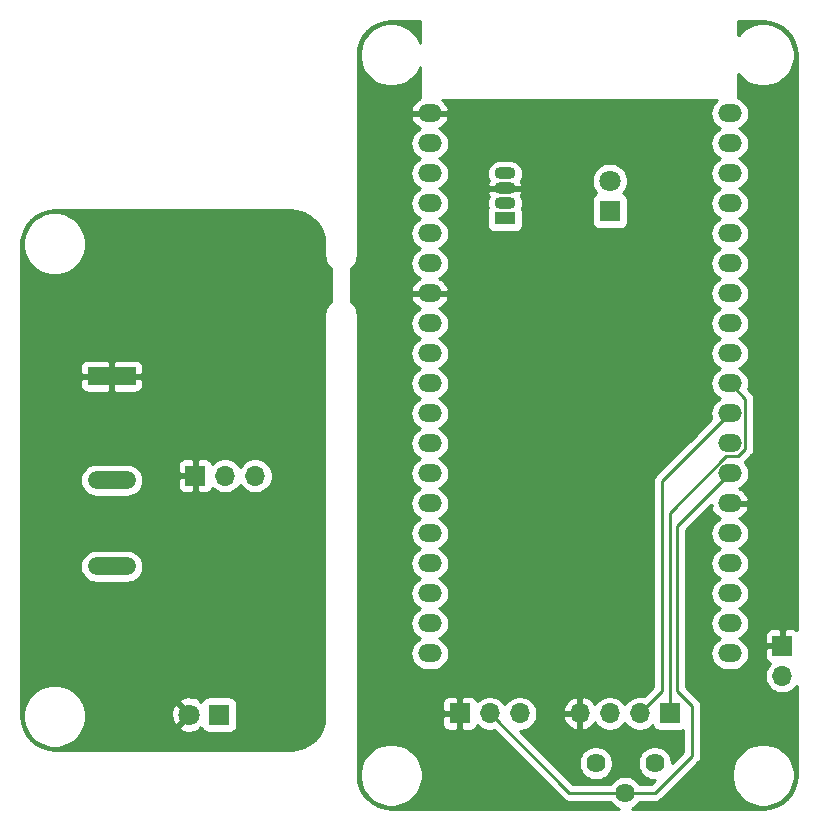
<source format=gbl>
G04 #@! TF.GenerationSoftware,KiCad,Pcbnew,5.1.12-84ad8e8a86~92~ubuntu20.04.1*
G04 #@! TF.CreationDate,2021-12-03T11:46:18+09:00*
G04 #@! TF.ProjectId,Key_checker,4b65795f-6368-4656-936b-65722e6b6963,rev?*
G04 #@! TF.SameCoordinates,Original*
G04 #@! TF.FileFunction,Copper,L2,Bot*
G04 #@! TF.FilePolarity,Positive*
%FSLAX46Y46*%
G04 Gerber Fmt 4.6, Leading zero omitted, Abs format (unit mm)*
G04 Created by KiCad (PCBNEW 5.1.12-84ad8e8a86~92~ubuntu20.04.1) date 2021-12-03 11:46:18*
%MOMM*%
%LPD*%
G01*
G04 APERTURE LIST*
G04 #@! TA.AperFunction,ComponentPad*
%ADD10O,1.700000X1.700000*%
G04 #@! TD*
G04 #@! TA.AperFunction,ComponentPad*
%ADD11R,1.700000X1.700000*%
G04 #@! TD*
G04 #@! TA.AperFunction,ComponentPad*
%ADD12C,1.620000*%
G04 #@! TD*
G04 #@! TA.AperFunction,ComponentPad*
%ADD13O,4.100000X1.500000*%
G04 #@! TD*
G04 #@! TA.AperFunction,ComponentPad*
%ADD14R,4.100000X1.500000*%
G04 #@! TD*
G04 #@! TA.AperFunction,ComponentPad*
%ADD15O,2.000000X1.500000*%
G04 #@! TD*
G04 #@! TA.AperFunction,ComponentPad*
%ADD16R,1.800000X1.800000*%
G04 #@! TD*
G04 #@! TA.AperFunction,ComponentPad*
%ADD17C,1.800000*%
G04 #@! TD*
G04 #@! TA.AperFunction,ComponentPad*
%ADD18O,1.800000X1.070000*%
G04 #@! TD*
G04 #@! TA.AperFunction,ComponentPad*
%ADD19R,1.800000X1.070000*%
G04 #@! TD*
G04 #@! TA.AperFunction,ViaPad*
%ADD20C,1.000000*%
G04 #@! TD*
G04 #@! TA.AperFunction,Conductor*
%ADD21C,0.250000*%
G04 #@! TD*
G04 #@! TA.AperFunction,Conductor*
%ADD22C,0.254000*%
G04 #@! TD*
G04 #@! TA.AperFunction,Conductor*
%ADD23C,0.100000*%
G04 #@! TD*
G04 APERTURE END LIST*
D10*
X221615000Y-61595000D03*
D11*
X221615000Y-59055000D03*
D12*
X210820000Y-69000000D03*
X208320000Y-71500000D03*
X205820000Y-69000000D03*
D13*
X164830000Y-45020000D03*
X164830000Y-52320000D03*
D14*
X164830000Y-36220000D03*
D10*
X204470000Y-64770000D03*
X207010000Y-64770000D03*
X209550000Y-64770000D03*
D11*
X212090000Y-64770000D03*
D10*
X199390000Y-64770000D03*
X196850000Y-64770000D03*
D11*
X194310000Y-64770000D03*
X171910000Y-44655000D03*
D10*
X174450000Y-44655000D03*
X176990000Y-44655000D03*
D15*
X217170000Y-59690000D03*
X191770000Y-59690000D03*
X217170000Y-57150000D03*
X191770000Y-57150000D03*
X217170000Y-54610000D03*
X191770000Y-54610000D03*
X217170000Y-52070000D03*
X191770000Y-52070000D03*
X217170000Y-49530000D03*
X191770000Y-49530000D03*
X217170000Y-46990000D03*
X191770000Y-46990000D03*
X217170000Y-44450000D03*
X191770000Y-44450000D03*
X217170000Y-41910000D03*
X191770000Y-41910000D03*
X217170000Y-39370000D03*
X191770000Y-39370000D03*
X217170000Y-36830000D03*
X191770000Y-36830000D03*
X217170000Y-34290000D03*
X191770000Y-34290000D03*
X217170000Y-31750000D03*
X191770000Y-31750000D03*
X217170000Y-29210000D03*
X191770000Y-29210000D03*
X217170000Y-26670000D03*
X191770000Y-26670000D03*
X217170000Y-24130000D03*
X191770000Y-24130000D03*
X217170000Y-21590000D03*
X191770000Y-21590000D03*
X217170000Y-19050000D03*
X191770000Y-19050000D03*
X217170000Y-16510000D03*
X191770000Y-16510000D03*
X217170000Y-13970000D03*
X191770000Y-13970000D03*
D16*
X207010000Y-22225000D03*
D17*
X207010000Y-19685000D03*
D16*
X173950000Y-64870000D03*
D17*
X171410000Y-64870000D03*
D18*
X198120000Y-19050000D03*
X198120000Y-20320000D03*
X198120000Y-21590000D03*
D19*
X198120000Y-22860000D03*
D20*
X213995000Y-71755000D03*
D21*
X218495010Y-38155010D02*
X217170000Y-36830000D01*
X218495010Y-42355283D02*
X218495010Y-38155010D01*
X217865283Y-42985010D02*
X218495010Y-42355283D01*
X216864697Y-42985010D02*
X217865283Y-42985010D01*
X212090000Y-47759707D02*
X216864697Y-42985010D01*
X212090000Y-64770000D02*
X212090000Y-47759707D01*
X214630000Y-41910000D02*
X217170000Y-39370000D01*
X211455000Y-62865000D02*
X211455000Y-45085000D01*
X211455000Y-45085000D02*
X214630000Y-41910000D01*
X209550000Y-64770000D02*
X211455000Y-62865000D01*
X203580000Y-71500000D02*
X196850000Y-64770000D01*
X208320000Y-71500000D02*
X203580000Y-71500000D01*
X210849802Y-71500000D02*
X208320000Y-71500000D01*
X213995000Y-68354802D02*
X210849802Y-71500000D01*
X213995000Y-64135000D02*
X213995000Y-68354802D01*
X212725000Y-62865000D02*
X213995000Y-64135000D01*
X212725000Y-48895000D02*
X212725000Y-62865000D01*
X217170000Y-44450000D02*
X212725000Y-48895000D01*
D22*
X190968846Y-7990866D02*
X190863549Y-7736657D01*
X190571668Y-7299826D01*
X190200174Y-6928332D01*
X189763343Y-6636451D01*
X189277963Y-6435400D01*
X188762686Y-6332905D01*
X188237314Y-6332905D01*
X187722037Y-6435400D01*
X187236657Y-6636451D01*
X186799826Y-6928332D01*
X186428332Y-7299826D01*
X186136451Y-7736657D01*
X185935400Y-8222037D01*
X185832905Y-8737314D01*
X185832905Y-9262686D01*
X185935400Y-9777963D01*
X186136451Y-10263343D01*
X186428332Y-10700174D01*
X186799826Y-11071668D01*
X187236657Y-11363549D01*
X187722037Y-11564600D01*
X188237314Y-11667095D01*
X188762686Y-11667095D01*
X189277963Y-11564600D01*
X189763343Y-11363549D01*
X190200174Y-11071668D01*
X190571668Y-10700174D01*
X190863549Y-10263343D01*
X190968846Y-10009134D01*
X190968846Y-12693196D01*
X190898276Y-12720032D01*
X190666366Y-12865342D01*
X190467260Y-13053103D01*
X190308610Y-13276100D01*
X190196513Y-13525764D01*
X190177682Y-13628815D01*
X190300344Y-13843000D01*
X191643000Y-13843000D01*
X191643000Y-13823000D01*
X191897000Y-13823000D01*
X191897000Y-13843000D01*
X193239656Y-13843000D01*
X193362318Y-13628815D01*
X193343487Y-13525764D01*
X193231390Y-13276100D01*
X193072740Y-13053103D01*
X192873634Y-12865342D01*
X192812441Y-12827000D01*
X216129562Y-12827000D01*
X215935919Y-12985919D01*
X215762843Y-13196812D01*
X215634236Y-13437419D01*
X215555040Y-13698493D01*
X215528299Y-13970000D01*
X215555040Y-14241507D01*
X215634236Y-14502581D01*
X215762843Y-14743188D01*
X215935919Y-14954081D01*
X216146812Y-15127157D01*
X216357927Y-15240000D01*
X216146812Y-15352843D01*
X215935919Y-15525919D01*
X215762843Y-15736812D01*
X215634236Y-15977419D01*
X215555040Y-16238493D01*
X215528299Y-16510000D01*
X215555040Y-16781507D01*
X215634236Y-17042581D01*
X215762843Y-17283188D01*
X215935919Y-17494081D01*
X216146812Y-17667157D01*
X216357927Y-17780000D01*
X216146812Y-17892843D01*
X215935919Y-18065919D01*
X215762843Y-18276812D01*
X215634236Y-18517419D01*
X215555040Y-18778493D01*
X215528299Y-19050000D01*
X215555040Y-19321507D01*
X215634236Y-19582581D01*
X215762843Y-19823188D01*
X215935919Y-20034081D01*
X216146812Y-20207157D01*
X216357927Y-20320000D01*
X216146812Y-20432843D01*
X215935919Y-20605919D01*
X215762843Y-20816812D01*
X215634236Y-21057419D01*
X215555040Y-21318493D01*
X215528299Y-21590000D01*
X215555040Y-21861507D01*
X215634236Y-22122581D01*
X215762843Y-22363188D01*
X215935919Y-22574081D01*
X216146812Y-22747157D01*
X216357927Y-22860000D01*
X216146812Y-22972843D01*
X215935919Y-23145919D01*
X215762843Y-23356812D01*
X215634236Y-23597419D01*
X215555040Y-23858493D01*
X215528299Y-24130000D01*
X215555040Y-24401507D01*
X215634236Y-24662581D01*
X215762843Y-24903188D01*
X215935919Y-25114081D01*
X216146812Y-25287157D01*
X216357927Y-25400000D01*
X216146812Y-25512843D01*
X215935919Y-25685919D01*
X215762843Y-25896812D01*
X215634236Y-26137419D01*
X215555040Y-26398493D01*
X215528299Y-26670000D01*
X215555040Y-26941507D01*
X215634236Y-27202581D01*
X215762843Y-27443188D01*
X215935919Y-27654081D01*
X216146812Y-27827157D01*
X216357927Y-27940000D01*
X216146812Y-28052843D01*
X215935919Y-28225919D01*
X215762843Y-28436812D01*
X215634236Y-28677419D01*
X215555040Y-28938493D01*
X215528299Y-29210000D01*
X215555040Y-29481507D01*
X215634236Y-29742581D01*
X215762843Y-29983188D01*
X215935919Y-30194081D01*
X216146812Y-30367157D01*
X216357927Y-30480000D01*
X216146812Y-30592843D01*
X215935919Y-30765919D01*
X215762843Y-30976812D01*
X215634236Y-31217419D01*
X215555040Y-31478493D01*
X215528299Y-31750000D01*
X215555040Y-32021507D01*
X215634236Y-32282581D01*
X215762843Y-32523188D01*
X215935919Y-32734081D01*
X216146812Y-32907157D01*
X216357927Y-33020000D01*
X216146812Y-33132843D01*
X215935919Y-33305919D01*
X215762843Y-33516812D01*
X215634236Y-33757419D01*
X215555040Y-34018493D01*
X215528299Y-34290000D01*
X215555040Y-34561507D01*
X215634236Y-34822581D01*
X215762843Y-35063188D01*
X215935919Y-35274081D01*
X216146812Y-35447157D01*
X216357927Y-35560000D01*
X216146812Y-35672843D01*
X215935919Y-35845919D01*
X215762843Y-36056812D01*
X215634236Y-36297419D01*
X215555040Y-36558493D01*
X215528299Y-36830000D01*
X215555040Y-37101507D01*
X215634236Y-37362581D01*
X215762843Y-37603188D01*
X215935919Y-37814081D01*
X216146812Y-37987157D01*
X216357927Y-38100000D01*
X216146812Y-38212843D01*
X215935919Y-38385919D01*
X215762843Y-38596812D01*
X215634236Y-38837419D01*
X215555040Y-39098493D01*
X215528299Y-39370000D01*
X215555040Y-39641507D01*
X215617567Y-39847631D01*
X214119002Y-41346197D01*
X214118997Y-41346201D01*
X210943998Y-44521201D01*
X210915000Y-44544999D01*
X210891202Y-44573997D01*
X210891201Y-44573998D01*
X210820026Y-44660724D01*
X210749454Y-44792754D01*
X210724725Y-44874277D01*
X210705998Y-44936014D01*
X210695001Y-45047667D01*
X210691324Y-45085000D01*
X210695001Y-45122333D01*
X210695000Y-62550198D01*
X209916408Y-63328791D01*
X209696260Y-63285000D01*
X209403740Y-63285000D01*
X209116842Y-63342068D01*
X208846589Y-63454010D01*
X208603368Y-63616525D01*
X208396525Y-63823368D01*
X208280000Y-63997760D01*
X208163475Y-63823368D01*
X207956632Y-63616525D01*
X207713411Y-63454010D01*
X207443158Y-63342068D01*
X207156260Y-63285000D01*
X206863740Y-63285000D01*
X206576842Y-63342068D01*
X206306589Y-63454010D01*
X206063368Y-63616525D01*
X205856525Y-63823368D01*
X205734805Y-64005534D01*
X205665178Y-63888645D01*
X205470269Y-63672412D01*
X205236920Y-63498359D01*
X204974099Y-63373175D01*
X204826890Y-63328524D01*
X204597000Y-63449845D01*
X204597000Y-64643000D01*
X204617000Y-64643000D01*
X204617000Y-64897000D01*
X204597000Y-64897000D01*
X204597000Y-66090155D01*
X204826890Y-66211476D01*
X204974099Y-66166825D01*
X205236920Y-66041641D01*
X205470269Y-65867588D01*
X205665178Y-65651355D01*
X205734805Y-65534466D01*
X205856525Y-65716632D01*
X206063368Y-65923475D01*
X206306589Y-66085990D01*
X206576842Y-66197932D01*
X206863740Y-66255000D01*
X207156260Y-66255000D01*
X207443158Y-66197932D01*
X207713411Y-66085990D01*
X207956632Y-65923475D01*
X208163475Y-65716632D01*
X208280000Y-65542240D01*
X208396525Y-65716632D01*
X208603368Y-65923475D01*
X208846589Y-66085990D01*
X209116842Y-66197932D01*
X209403740Y-66255000D01*
X209696260Y-66255000D01*
X209983158Y-66197932D01*
X210253411Y-66085990D01*
X210496632Y-65923475D01*
X210628487Y-65791620D01*
X210650498Y-65864180D01*
X210709463Y-65974494D01*
X210788815Y-66071185D01*
X210885506Y-66150537D01*
X210995820Y-66209502D01*
X211115518Y-66245812D01*
X211240000Y-66258072D01*
X212940000Y-66258072D01*
X213064482Y-66245812D01*
X213184180Y-66209502D01*
X213235000Y-66182337D01*
X213235001Y-68039999D01*
X212265000Y-69010000D01*
X212265000Y-68857680D01*
X212209470Y-68578509D01*
X212100543Y-68315536D01*
X211942405Y-68078866D01*
X211741134Y-67877595D01*
X211504464Y-67719457D01*
X211241491Y-67610530D01*
X210962320Y-67555000D01*
X210677680Y-67555000D01*
X210398509Y-67610530D01*
X210135536Y-67719457D01*
X209898866Y-67877595D01*
X209697595Y-68078866D01*
X209539457Y-68315536D01*
X209430530Y-68578509D01*
X209375000Y-68857680D01*
X209375000Y-69142320D01*
X209430530Y-69421491D01*
X209539457Y-69684464D01*
X209697595Y-69921134D01*
X209898866Y-70122405D01*
X210135536Y-70280543D01*
X210398509Y-70389470D01*
X210677680Y-70445000D01*
X210830001Y-70445000D01*
X210535001Y-70740000D01*
X209550071Y-70740000D01*
X209442405Y-70578866D01*
X209241134Y-70377595D01*
X209004464Y-70219457D01*
X208741491Y-70110530D01*
X208462320Y-70055000D01*
X208177680Y-70055000D01*
X207898509Y-70110530D01*
X207635536Y-70219457D01*
X207398866Y-70377595D01*
X207197595Y-70578866D01*
X207089929Y-70740000D01*
X203894802Y-70740000D01*
X202012482Y-68857680D01*
X204375000Y-68857680D01*
X204375000Y-69142320D01*
X204430530Y-69421491D01*
X204539457Y-69684464D01*
X204697595Y-69921134D01*
X204898866Y-70122405D01*
X205135536Y-70280543D01*
X205398509Y-70389470D01*
X205677680Y-70445000D01*
X205962320Y-70445000D01*
X206241491Y-70389470D01*
X206504464Y-70280543D01*
X206741134Y-70122405D01*
X206942405Y-69921134D01*
X207100543Y-69684464D01*
X207209470Y-69421491D01*
X207265000Y-69142320D01*
X207265000Y-68857680D01*
X207209470Y-68578509D01*
X207100543Y-68315536D01*
X206942405Y-68078866D01*
X206741134Y-67877595D01*
X206504464Y-67719457D01*
X206241491Y-67610530D01*
X205962320Y-67555000D01*
X205677680Y-67555000D01*
X205398509Y-67610530D01*
X205135536Y-67719457D01*
X204898866Y-67877595D01*
X204697595Y-68078866D01*
X204539457Y-68315536D01*
X204430530Y-68578509D01*
X204375000Y-68857680D01*
X202012482Y-68857680D01*
X199409801Y-66255000D01*
X199536260Y-66255000D01*
X199823158Y-66197932D01*
X200093411Y-66085990D01*
X200336632Y-65923475D01*
X200543475Y-65716632D01*
X200705990Y-65473411D01*
X200817932Y-65203158D01*
X200833102Y-65126891D01*
X203028519Y-65126891D01*
X203125843Y-65401252D01*
X203274822Y-65651355D01*
X203469731Y-65867588D01*
X203703080Y-66041641D01*
X203965901Y-66166825D01*
X204113110Y-66211476D01*
X204343000Y-66090155D01*
X204343000Y-64897000D01*
X203149186Y-64897000D01*
X203028519Y-65126891D01*
X200833102Y-65126891D01*
X200875000Y-64916260D01*
X200875000Y-64623740D01*
X200833103Y-64413109D01*
X203028519Y-64413109D01*
X203149186Y-64643000D01*
X204343000Y-64643000D01*
X204343000Y-63449845D01*
X204113110Y-63328524D01*
X203965901Y-63373175D01*
X203703080Y-63498359D01*
X203469731Y-63672412D01*
X203274822Y-63888645D01*
X203125843Y-64138748D01*
X203028519Y-64413109D01*
X200833103Y-64413109D01*
X200817932Y-64336842D01*
X200705990Y-64066589D01*
X200543475Y-63823368D01*
X200336632Y-63616525D01*
X200093411Y-63454010D01*
X199823158Y-63342068D01*
X199536260Y-63285000D01*
X199243740Y-63285000D01*
X198956842Y-63342068D01*
X198686589Y-63454010D01*
X198443368Y-63616525D01*
X198236525Y-63823368D01*
X198120000Y-63997760D01*
X198003475Y-63823368D01*
X197796632Y-63616525D01*
X197553411Y-63454010D01*
X197283158Y-63342068D01*
X196996260Y-63285000D01*
X196703740Y-63285000D01*
X196416842Y-63342068D01*
X196146589Y-63454010D01*
X195903368Y-63616525D01*
X195771513Y-63748380D01*
X195749502Y-63675820D01*
X195690537Y-63565506D01*
X195611185Y-63468815D01*
X195514494Y-63389463D01*
X195404180Y-63330498D01*
X195284482Y-63294188D01*
X195160000Y-63281928D01*
X194595750Y-63285000D01*
X194437000Y-63443750D01*
X194437000Y-64643000D01*
X194457000Y-64643000D01*
X194457000Y-64897000D01*
X194437000Y-64897000D01*
X194437000Y-66096250D01*
X194595750Y-66255000D01*
X195160000Y-66258072D01*
X195284482Y-66245812D01*
X195404180Y-66209502D01*
X195514494Y-66150537D01*
X195611185Y-66071185D01*
X195690537Y-65974494D01*
X195749502Y-65864180D01*
X195771513Y-65791620D01*
X195903368Y-65923475D01*
X196146589Y-66085990D01*
X196416842Y-66197932D01*
X196703740Y-66255000D01*
X196996260Y-66255000D01*
X197216408Y-66211209D01*
X203016201Y-72011003D01*
X203039999Y-72040001D01*
X203155724Y-72134974D01*
X203287753Y-72205546D01*
X203431014Y-72249003D01*
X203542667Y-72260000D01*
X203542676Y-72260000D01*
X203579999Y-72263676D01*
X203617322Y-72260000D01*
X207089929Y-72260000D01*
X207197595Y-72421134D01*
X207398866Y-72622405D01*
X207635536Y-72780543D01*
X207779078Y-72840000D01*
X188532279Y-72840000D01*
X187948990Y-72782808D01*
X187418964Y-72622783D01*
X186930120Y-72362860D01*
X186501069Y-72012935D01*
X186148155Y-71586335D01*
X185884827Y-71099320D01*
X185721106Y-70570422D01*
X185660000Y-69989040D01*
X185660000Y-69737314D01*
X185832905Y-69737314D01*
X185832905Y-70262686D01*
X185935400Y-70777963D01*
X186136451Y-71263343D01*
X186428332Y-71700174D01*
X186799826Y-72071668D01*
X187236657Y-72363549D01*
X187722037Y-72564600D01*
X188237314Y-72667095D01*
X188762686Y-72667095D01*
X189277963Y-72564600D01*
X189763343Y-72363549D01*
X190200174Y-72071668D01*
X190571668Y-71700174D01*
X190863549Y-71263343D01*
X191064600Y-70777963D01*
X191167095Y-70262686D01*
X191167095Y-69737314D01*
X191064600Y-69222037D01*
X190863549Y-68736657D01*
X190571668Y-68299826D01*
X190200174Y-67928332D01*
X189763343Y-67636451D01*
X189277963Y-67435400D01*
X188762686Y-67332905D01*
X188237314Y-67332905D01*
X187722037Y-67435400D01*
X187236657Y-67636451D01*
X186799826Y-67928332D01*
X186428332Y-68299826D01*
X186136451Y-68736657D01*
X185935400Y-69222037D01*
X185832905Y-69737314D01*
X185660000Y-69737314D01*
X185660000Y-65620000D01*
X192821928Y-65620000D01*
X192834188Y-65744482D01*
X192870498Y-65864180D01*
X192929463Y-65974494D01*
X193008815Y-66071185D01*
X193105506Y-66150537D01*
X193215820Y-66209502D01*
X193335518Y-66245812D01*
X193460000Y-66258072D01*
X194024250Y-66255000D01*
X194183000Y-66096250D01*
X194183000Y-64897000D01*
X192983750Y-64897000D01*
X192825000Y-65055750D01*
X192821928Y-65620000D01*
X185660000Y-65620000D01*
X185660000Y-63920000D01*
X192821928Y-63920000D01*
X192825000Y-64484250D01*
X192983750Y-64643000D01*
X194183000Y-64643000D01*
X194183000Y-63443750D01*
X194024250Y-63285000D01*
X193460000Y-63281928D01*
X193335518Y-63294188D01*
X193215820Y-63330498D01*
X193105506Y-63389463D01*
X193008815Y-63468815D01*
X192929463Y-63565506D01*
X192870498Y-63675820D01*
X192834188Y-63795518D01*
X192821928Y-63920000D01*
X185660000Y-63920000D01*
X185660000Y-31750000D01*
X190128299Y-31750000D01*
X190155040Y-32021507D01*
X190234236Y-32282581D01*
X190362843Y-32523188D01*
X190535919Y-32734081D01*
X190746812Y-32907157D01*
X190957927Y-33020000D01*
X190746812Y-33132843D01*
X190535919Y-33305919D01*
X190362843Y-33516812D01*
X190234236Y-33757419D01*
X190155040Y-34018493D01*
X190128299Y-34290000D01*
X190155040Y-34561507D01*
X190234236Y-34822581D01*
X190362843Y-35063188D01*
X190535919Y-35274081D01*
X190746812Y-35447157D01*
X190957927Y-35560000D01*
X190746812Y-35672843D01*
X190535919Y-35845919D01*
X190362843Y-36056812D01*
X190234236Y-36297419D01*
X190155040Y-36558493D01*
X190128299Y-36830000D01*
X190155040Y-37101507D01*
X190234236Y-37362581D01*
X190362843Y-37603188D01*
X190535919Y-37814081D01*
X190746812Y-37987157D01*
X190957927Y-38100000D01*
X190746812Y-38212843D01*
X190535919Y-38385919D01*
X190362843Y-38596812D01*
X190234236Y-38837419D01*
X190155040Y-39098493D01*
X190128299Y-39370000D01*
X190155040Y-39641507D01*
X190234236Y-39902581D01*
X190362843Y-40143188D01*
X190535919Y-40354081D01*
X190746812Y-40527157D01*
X190957927Y-40640000D01*
X190746812Y-40752843D01*
X190535919Y-40925919D01*
X190362843Y-41136812D01*
X190234236Y-41377419D01*
X190155040Y-41638493D01*
X190128299Y-41910000D01*
X190155040Y-42181507D01*
X190234236Y-42442581D01*
X190362843Y-42683188D01*
X190535919Y-42894081D01*
X190746812Y-43067157D01*
X190957927Y-43180000D01*
X190746812Y-43292843D01*
X190535919Y-43465919D01*
X190362843Y-43676812D01*
X190234236Y-43917419D01*
X190155040Y-44178493D01*
X190128299Y-44450000D01*
X190155040Y-44721507D01*
X190234236Y-44982581D01*
X190362843Y-45223188D01*
X190535919Y-45434081D01*
X190746812Y-45607157D01*
X190957927Y-45720000D01*
X190746812Y-45832843D01*
X190535919Y-46005919D01*
X190362843Y-46216812D01*
X190234236Y-46457419D01*
X190155040Y-46718493D01*
X190128299Y-46990000D01*
X190155040Y-47261507D01*
X190234236Y-47522581D01*
X190362843Y-47763188D01*
X190535919Y-47974081D01*
X190746812Y-48147157D01*
X190957927Y-48260000D01*
X190746812Y-48372843D01*
X190535919Y-48545919D01*
X190362843Y-48756812D01*
X190234236Y-48997419D01*
X190155040Y-49258493D01*
X190128299Y-49530000D01*
X190155040Y-49801507D01*
X190234236Y-50062581D01*
X190362843Y-50303188D01*
X190535919Y-50514081D01*
X190746812Y-50687157D01*
X190957927Y-50800000D01*
X190746812Y-50912843D01*
X190535919Y-51085919D01*
X190362843Y-51296812D01*
X190234236Y-51537419D01*
X190155040Y-51798493D01*
X190128299Y-52070000D01*
X190155040Y-52341507D01*
X190234236Y-52602581D01*
X190362843Y-52843188D01*
X190535919Y-53054081D01*
X190746812Y-53227157D01*
X190957927Y-53340000D01*
X190746812Y-53452843D01*
X190535919Y-53625919D01*
X190362843Y-53836812D01*
X190234236Y-54077419D01*
X190155040Y-54338493D01*
X190128299Y-54610000D01*
X190155040Y-54881507D01*
X190234236Y-55142581D01*
X190362843Y-55383188D01*
X190535919Y-55594081D01*
X190746812Y-55767157D01*
X190957927Y-55880000D01*
X190746812Y-55992843D01*
X190535919Y-56165919D01*
X190362843Y-56376812D01*
X190234236Y-56617419D01*
X190155040Y-56878493D01*
X190128299Y-57150000D01*
X190155040Y-57421507D01*
X190234236Y-57682581D01*
X190362843Y-57923188D01*
X190535919Y-58134081D01*
X190746812Y-58307157D01*
X190957927Y-58420000D01*
X190746812Y-58532843D01*
X190535919Y-58705919D01*
X190362843Y-58916812D01*
X190234236Y-59157419D01*
X190155040Y-59418493D01*
X190128299Y-59690000D01*
X190155040Y-59961507D01*
X190234236Y-60222581D01*
X190362843Y-60463188D01*
X190535919Y-60674081D01*
X190746812Y-60847157D01*
X190987419Y-60975764D01*
X191248493Y-61054960D01*
X191451963Y-61075000D01*
X192088037Y-61075000D01*
X192291507Y-61054960D01*
X192552581Y-60975764D01*
X192793188Y-60847157D01*
X193004081Y-60674081D01*
X193177157Y-60463188D01*
X193305764Y-60222581D01*
X193384960Y-59961507D01*
X193411701Y-59690000D01*
X193384960Y-59418493D01*
X193305764Y-59157419D01*
X193177157Y-58916812D01*
X193004081Y-58705919D01*
X192793188Y-58532843D01*
X192582073Y-58420000D01*
X192793188Y-58307157D01*
X193004081Y-58134081D01*
X193177157Y-57923188D01*
X193305764Y-57682581D01*
X193384960Y-57421507D01*
X193411701Y-57150000D01*
X193384960Y-56878493D01*
X193305764Y-56617419D01*
X193177157Y-56376812D01*
X193004081Y-56165919D01*
X192793188Y-55992843D01*
X192582073Y-55880000D01*
X192793188Y-55767157D01*
X193004081Y-55594081D01*
X193177157Y-55383188D01*
X193305764Y-55142581D01*
X193384960Y-54881507D01*
X193411701Y-54610000D01*
X193384960Y-54338493D01*
X193305764Y-54077419D01*
X193177157Y-53836812D01*
X193004081Y-53625919D01*
X192793188Y-53452843D01*
X192582073Y-53340000D01*
X192793188Y-53227157D01*
X193004081Y-53054081D01*
X193177157Y-52843188D01*
X193305764Y-52602581D01*
X193384960Y-52341507D01*
X193411701Y-52070000D01*
X193384960Y-51798493D01*
X193305764Y-51537419D01*
X193177157Y-51296812D01*
X193004081Y-51085919D01*
X192793188Y-50912843D01*
X192582073Y-50800000D01*
X192793188Y-50687157D01*
X193004081Y-50514081D01*
X193177157Y-50303188D01*
X193305764Y-50062581D01*
X193384960Y-49801507D01*
X193411701Y-49530000D01*
X193384960Y-49258493D01*
X193305764Y-48997419D01*
X193177157Y-48756812D01*
X193004081Y-48545919D01*
X192793188Y-48372843D01*
X192582073Y-48260000D01*
X192793188Y-48147157D01*
X193004081Y-47974081D01*
X193177157Y-47763188D01*
X193305764Y-47522581D01*
X193384960Y-47261507D01*
X193411701Y-46990000D01*
X193384960Y-46718493D01*
X193305764Y-46457419D01*
X193177157Y-46216812D01*
X193004081Y-46005919D01*
X192793188Y-45832843D01*
X192582073Y-45720000D01*
X192793188Y-45607157D01*
X193004081Y-45434081D01*
X193177157Y-45223188D01*
X193305764Y-44982581D01*
X193384960Y-44721507D01*
X193411701Y-44450000D01*
X193384960Y-44178493D01*
X193305764Y-43917419D01*
X193177157Y-43676812D01*
X193004081Y-43465919D01*
X192793188Y-43292843D01*
X192582073Y-43180000D01*
X192793188Y-43067157D01*
X193004081Y-42894081D01*
X193177157Y-42683188D01*
X193305764Y-42442581D01*
X193384960Y-42181507D01*
X193411701Y-41910000D01*
X193384960Y-41638493D01*
X193305764Y-41377419D01*
X193177157Y-41136812D01*
X193004081Y-40925919D01*
X192793188Y-40752843D01*
X192582073Y-40640000D01*
X192793188Y-40527157D01*
X193004081Y-40354081D01*
X193177157Y-40143188D01*
X193305764Y-39902581D01*
X193384960Y-39641507D01*
X193411701Y-39370000D01*
X193384960Y-39098493D01*
X193305764Y-38837419D01*
X193177157Y-38596812D01*
X193004081Y-38385919D01*
X192793188Y-38212843D01*
X192582073Y-38100000D01*
X192793188Y-37987157D01*
X193004081Y-37814081D01*
X193177157Y-37603188D01*
X193305764Y-37362581D01*
X193384960Y-37101507D01*
X193411701Y-36830000D01*
X193384960Y-36558493D01*
X193305764Y-36297419D01*
X193177157Y-36056812D01*
X193004081Y-35845919D01*
X192793188Y-35672843D01*
X192582073Y-35560000D01*
X192793188Y-35447157D01*
X193004081Y-35274081D01*
X193177157Y-35063188D01*
X193305764Y-34822581D01*
X193384960Y-34561507D01*
X193411701Y-34290000D01*
X193384960Y-34018493D01*
X193305764Y-33757419D01*
X193177157Y-33516812D01*
X193004081Y-33305919D01*
X192793188Y-33132843D01*
X192582073Y-33020000D01*
X192793188Y-32907157D01*
X193004081Y-32734081D01*
X193177157Y-32523188D01*
X193305764Y-32282581D01*
X193384960Y-32021507D01*
X193411701Y-31750000D01*
X193384960Y-31478493D01*
X193305764Y-31217419D01*
X193177157Y-30976812D01*
X193004081Y-30765919D01*
X192793188Y-30592843D01*
X192584972Y-30481549D01*
X192641724Y-30459968D01*
X192873634Y-30314658D01*
X193072740Y-30126897D01*
X193231390Y-29903900D01*
X193343487Y-29654236D01*
X193362318Y-29551185D01*
X193239656Y-29337000D01*
X191897000Y-29337000D01*
X191897000Y-29357000D01*
X191643000Y-29357000D01*
X191643000Y-29337000D01*
X190300344Y-29337000D01*
X190177682Y-29551185D01*
X190196513Y-29654236D01*
X190308610Y-29903900D01*
X190467260Y-30126897D01*
X190666366Y-30314658D01*
X190898276Y-30459968D01*
X190955028Y-30481549D01*
X190746812Y-30592843D01*
X190535919Y-30765919D01*
X190362843Y-30976812D01*
X190234236Y-31217419D01*
X190155040Y-31478493D01*
X190128299Y-31750000D01*
X185660000Y-31750000D01*
X185660000Y-30967581D01*
X185656777Y-30934857D01*
X185656777Y-30925124D01*
X185655814Y-30915959D01*
X185639498Y-30770497D01*
X185627059Y-30711976D01*
X185615442Y-30653305D01*
X185612717Y-30644502D01*
X185568458Y-30504980D01*
X185544892Y-30449997D01*
X185522097Y-30394691D01*
X185517714Y-30386585D01*
X185447196Y-30258316D01*
X185413453Y-30209036D01*
X185380302Y-30159139D01*
X185374427Y-30152039D01*
X185280340Y-30039908D01*
X185237606Y-29998060D01*
X185195444Y-29955603D01*
X185188303Y-29949779D01*
X185127000Y-29900491D01*
X185127000Y-27099786D01*
X185202877Y-27037015D01*
X185245018Y-26994579D01*
X185287767Y-26952716D01*
X185293641Y-26945616D01*
X185386154Y-26832184D01*
X185419246Y-26782375D01*
X185453053Y-26733003D01*
X185457436Y-26724896D01*
X185526155Y-26595655D01*
X185548940Y-26540374D01*
X185572517Y-26485364D01*
X185575242Y-26476561D01*
X185617548Y-26336434D01*
X185629164Y-26277768D01*
X185641603Y-26219247D01*
X185642566Y-26210082D01*
X185656850Y-26064406D01*
X185656850Y-26064402D01*
X185660000Y-26032419D01*
X185660000Y-16510000D01*
X190128299Y-16510000D01*
X190155040Y-16781507D01*
X190234236Y-17042581D01*
X190362843Y-17283188D01*
X190535919Y-17494081D01*
X190746812Y-17667157D01*
X190957927Y-17780000D01*
X190746812Y-17892843D01*
X190535919Y-18065919D01*
X190362843Y-18276812D01*
X190234236Y-18517419D01*
X190155040Y-18778493D01*
X190128299Y-19050000D01*
X190155040Y-19321507D01*
X190234236Y-19582581D01*
X190362843Y-19823188D01*
X190535919Y-20034081D01*
X190746812Y-20207157D01*
X190957927Y-20320000D01*
X190746812Y-20432843D01*
X190535919Y-20605919D01*
X190362843Y-20816812D01*
X190234236Y-21057419D01*
X190155040Y-21318493D01*
X190128299Y-21590000D01*
X190155040Y-21861507D01*
X190234236Y-22122581D01*
X190362843Y-22363188D01*
X190535919Y-22574081D01*
X190746812Y-22747157D01*
X190957927Y-22860000D01*
X190746812Y-22972843D01*
X190535919Y-23145919D01*
X190362843Y-23356812D01*
X190234236Y-23597419D01*
X190155040Y-23858493D01*
X190128299Y-24130000D01*
X190155040Y-24401507D01*
X190234236Y-24662581D01*
X190362843Y-24903188D01*
X190535919Y-25114081D01*
X190746812Y-25287157D01*
X190957927Y-25400000D01*
X190746812Y-25512843D01*
X190535919Y-25685919D01*
X190362843Y-25896812D01*
X190234236Y-26137419D01*
X190155040Y-26398493D01*
X190128299Y-26670000D01*
X190155040Y-26941507D01*
X190234236Y-27202581D01*
X190362843Y-27443188D01*
X190535919Y-27654081D01*
X190746812Y-27827157D01*
X190955028Y-27938451D01*
X190898276Y-27960032D01*
X190666366Y-28105342D01*
X190467260Y-28293103D01*
X190308610Y-28516100D01*
X190196513Y-28765764D01*
X190177682Y-28868815D01*
X190300344Y-29083000D01*
X191643000Y-29083000D01*
X191643000Y-29063000D01*
X191897000Y-29063000D01*
X191897000Y-29083000D01*
X193239656Y-29083000D01*
X193362318Y-28868815D01*
X193343487Y-28765764D01*
X193231390Y-28516100D01*
X193072740Y-28293103D01*
X192873634Y-28105342D01*
X192641724Y-27960032D01*
X192584972Y-27938451D01*
X192793188Y-27827157D01*
X193004081Y-27654081D01*
X193177157Y-27443188D01*
X193305764Y-27202581D01*
X193384960Y-26941507D01*
X193411701Y-26670000D01*
X193384960Y-26398493D01*
X193305764Y-26137419D01*
X193177157Y-25896812D01*
X193004081Y-25685919D01*
X192793188Y-25512843D01*
X192582073Y-25400000D01*
X192793188Y-25287157D01*
X193004081Y-25114081D01*
X193177157Y-24903188D01*
X193305764Y-24662581D01*
X193384960Y-24401507D01*
X193411701Y-24130000D01*
X193384960Y-23858493D01*
X193305764Y-23597419D01*
X193177157Y-23356812D01*
X193004081Y-23145919D01*
X192793188Y-22972843D01*
X192582073Y-22860000D01*
X192793188Y-22747157D01*
X193004081Y-22574081D01*
X193177157Y-22363188D01*
X193305764Y-22122581D01*
X193384960Y-21861507D01*
X193411701Y-21590000D01*
X196579339Y-21590000D01*
X196601929Y-21819360D01*
X196662870Y-22020257D01*
X196630498Y-22080820D01*
X196594188Y-22200518D01*
X196581928Y-22325000D01*
X196581928Y-23395000D01*
X196594188Y-23519482D01*
X196630498Y-23639180D01*
X196689463Y-23749494D01*
X196768815Y-23846185D01*
X196865506Y-23925537D01*
X196975820Y-23984502D01*
X197095518Y-24020812D01*
X197220000Y-24033072D01*
X199020000Y-24033072D01*
X199144482Y-24020812D01*
X199264180Y-23984502D01*
X199374494Y-23925537D01*
X199471185Y-23846185D01*
X199550537Y-23749494D01*
X199609502Y-23639180D01*
X199645812Y-23519482D01*
X199658072Y-23395000D01*
X199658072Y-22325000D01*
X199645812Y-22200518D01*
X199609502Y-22080820D01*
X199577130Y-22020257D01*
X199638071Y-21819360D01*
X199660661Y-21590000D01*
X199638071Y-21360640D01*
X199627260Y-21325000D01*
X205471928Y-21325000D01*
X205471928Y-23125000D01*
X205484188Y-23249482D01*
X205520498Y-23369180D01*
X205579463Y-23479494D01*
X205658815Y-23576185D01*
X205755506Y-23655537D01*
X205865820Y-23714502D01*
X205985518Y-23750812D01*
X206110000Y-23763072D01*
X207910000Y-23763072D01*
X208034482Y-23750812D01*
X208154180Y-23714502D01*
X208264494Y-23655537D01*
X208361185Y-23576185D01*
X208440537Y-23479494D01*
X208499502Y-23369180D01*
X208535812Y-23249482D01*
X208548072Y-23125000D01*
X208548072Y-21325000D01*
X208535812Y-21200518D01*
X208499502Y-21080820D01*
X208440537Y-20970506D01*
X208361185Y-20873815D01*
X208264494Y-20794463D01*
X208154180Y-20735498D01*
X208135873Y-20729944D01*
X208202312Y-20663505D01*
X208370299Y-20412095D01*
X208486011Y-20132743D01*
X208545000Y-19836184D01*
X208545000Y-19533816D01*
X208486011Y-19237257D01*
X208370299Y-18957905D01*
X208202312Y-18706495D01*
X207988505Y-18492688D01*
X207737095Y-18324701D01*
X207457743Y-18208989D01*
X207161184Y-18150000D01*
X206858816Y-18150000D01*
X206562257Y-18208989D01*
X206282905Y-18324701D01*
X206031495Y-18492688D01*
X205817688Y-18706495D01*
X205649701Y-18957905D01*
X205533989Y-19237257D01*
X205475000Y-19533816D01*
X205475000Y-19836184D01*
X205533989Y-20132743D01*
X205649701Y-20412095D01*
X205817688Y-20663505D01*
X205884127Y-20729944D01*
X205865820Y-20735498D01*
X205755506Y-20794463D01*
X205658815Y-20873815D01*
X205579463Y-20970506D01*
X205520498Y-21080820D01*
X205484188Y-21200518D01*
X205471928Y-21325000D01*
X199627260Y-21325000D01*
X199571169Y-21140094D01*
X199470846Y-20952404D01*
X199528377Y-20864421D01*
X199613900Y-20627383D01*
X199488244Y-20447000D01*
X198747560Y-20447000D01*
X198714360Y-20436929D01*
X198542477Y-20420000D01*
X197697523Y-20420000D01*
X197525640Y-20436929D01*
X197492440Y-20447000D01*
X196751756Y-20447000D01*
X196626100Y-20627383D01*
X196711623Y-20864421D01*
X196769154Y-20952404D01*
X196668831Y-21140094D01*
X196601929Y-21360640D01*
X196579339Y-21590000D01*
X193411701Y-21590000D01*
X193384960Y-21318493D01*
X193305764Y-21057419D01*
X193177157Y-20816812D01*
X193004081Y-20605919D01*
X192793188Y-20432843D01*
X192582073Y-20320000D01*
X192793188Y-20207157D01*
X193004081Y-20034081D01*
X193177157Y-19823188D01*
X193305764Y-19582581D01*
X193384960Y-19321507D01*
X193411701Y-19050000D01*
X196579339Y-19050000D01*
X196601929Y-19279360D01*
X196668831Y-19499906D01*
X196769154Y-19687596D01*
X196711623Y-19775579D01*
X196626100Y-20012617D01*
X196751756Y-20193000D01*
X197492440Y-20193000D01*
X197525640Y-20203071D01*
X197697523Y-20220000D01*
X198542477Y-20220000D01*
X198714360Y-20203071D01*
X198747560Y-20193000D01*
X199488244Y-20193000D01*
X199613900Y-20012617D01*
X199528377Y-19775579D01*
X199470846Y-19687596D01*
X199571169Y-19499906D01*
X199638071Y-19279360D01*
X199660661Y-19050000D01*
X199638071Y-18820640D01*
X199571169Y-18600094D01*
X199462526Y-18396838D01*
X199316318Y-18218682D01*
X199138162Y-18072474D01*
X198934906Y-17963831D01*
X198714360Y-17896929D01*
X198542477Y-17880000D01*
X197697523Y-17880000D01*
X197525640Y-17896929D01*
X197305094Y-17963831D01*
X197101838Y-18072474D01*
X196923682Y-18218682D01*
X196777474Y-18396838D01*
X196668831Y-18600094D01*
X196601929Y-18820640D01*
X196579339Y-19050000D01*
X193411701Y-19050000D01*
X193384960Y-18778493D01*
X193305764Y-18517419D01*
X193177157Y-18276812D01*
X193004081Y-18065919D01*
X192793188Y-17892843D01*
X192582073Y-17780000D01*
X192793188Y-17667157D01*
X193004081Y-17494081D01*
X193177157Y-17283188D01*
X193305764Y-17042581D01*
X193384960Y-16781507D01*
X193411701Y-16510000D01*
X193384960Y-16238493D01*
X193305764Y-15977419D01*
X193177157Y-15736812D01*
X193004081Y-15525919D01*
X192793188Y-15352843D01*
X192584972Y-15241549D01*
X192641724Y-15219968D01*
X192873634Y-15074658D01*
X193072740Y-14886897D01*
X193231390Y-14663900D01*
X193343487Y-14414236D01*
X193362318Y-14311185D01*
X193239656Y-14097000D01*
X191897000Y-14097000D01*
X191897000Y-14117000D01*
X191643000Y-14117000D01*
X191643000Y-14097000D01*
X190300344Y-14097000D01*
X190177682Y-14311185D01*
X190196513Y-14414236D01*
X190308610Y-14663900D01*
X190467260Y-14886897D01*
X190666366Y-15074658D01*
X190898276Y-15219968D01*
X190955028Y-15241549D01*
X190746812Y-15352843D01*
X190535919Y-15525919D01*
X190362843Y-15736812D01*
X190234236Y-15977419D01*
X190155040Y-16238493D01*
X190128299Y-16510000D01*
X185660000Y-16510000D01*
X185660000Y-9032279D01*
X185717192Y-8448990D01*
X185877216Y-7918964D01*
X186137140Y-7430121D01*
X186487065Y-7001069D01*
X186913664Y-6648156D01*
X187400681Y-6384827D01*
X187929578Y-6221106D01*
X188510960Y-6160000D01*
X190968846Y-6160000D01*
X190968846Y-7990866D01*
G04 #@! TA.AperFunction,Conductor*
D23*
G36*
X190968846Y-7990866D02*
G01*
X190863549Y-7736657D01*
X190571668Y-7299826D01*
X190200174Y-6928332D01*
X189763343Y-6636451D01*
X189277963Y-6435400D01*
X188762686Y-6332905D01*
X188237314Y-6332905D01*
X187722037Y-6435400D01*
X187236657Y-6636451D01*
X186799826Y-6928332D01*
X186428332Y-7299826D01*
X186136451Y-7736657D01*
X185935400Y-8222037D01*
X185832905Y-8737314D01*
X185832905Y-9262686D01*
X185935400Y-9777963D01*
X186136451Y-10263343D01*
X186428332Y-10700174D01*
X186799826Y-11071668D01*
X187236657Y-11363549D01*
X187722037Y-11564600D01*
X188237314Y-11667095D01*
X188762686Y-11667095D01*
X189277963Y-11564600D01*
X189763343Y-11363549D01*
X190200174Y-11071668D01*
X190571668Y-10700174D01*
X190863549Y-10263343D01*
X190968846Y-10009134D01*
X190968846Y-12693196D01*
X190898276Y-12720032D01*
X190666366Y-12865342D01*
X190467260Y-13053103D01*
X190308610Y-13276100D01*
X190196513Y-13525764D01*
X190177682Y-13628815D01*
X190300344Y-13843000D01*
X191643000Y-13843000D01*
X191643000Y-13823000D01*
X191897000Y-13823000D01*
X191897000Y-13843000D01*
X193239656Y-13843000D01*
X193362318Y-13628815D01*
X193343487Y-13525764D01*
X193231390Y-13276100D01*
X193072740Y-13053103D01*
X192873634Y-12865342D01*
X192812441Y-12827000D01*
X216129562Y-12827000D01*
X215935919Y-12985919D01*
X215762843Y-13196812D01*
X215634236Y-13437419D01*
X215555040Y-13698493D01*
X215528299Y-13970000D01*
X215555040Y-14241507D01*
X215634236Y-14502581D01*
X215762843Y-14743188D01*
X215935919Y-14954081D01*
X216146812Y-15127157D01*
X216357927Y-15240000D01*
X216146812Y-15352843D01*
X215935919Y-15525919D01*
X215762843Y-15736812D01*
X215634236Y-15977419D01*
X215555040Y-16238493D01*
X215528299Y-16510000D01*
X215555040Y-16781507D01*
X215634236Y-17042581D01*
X215762843Y-17283188D01*
X215935919Y-17494081D01*
X216146812Y-17667157D01*
X216357927Y-17780000D01*
X216146812Y-17892843D01*
X215935919Y-18065919D01*
X215762843Y-18276812D01*
X215634236Y-18517419D01*
X215555040Y-18778493D01*
X215528299Y-19050000D01*
X215555040Y-19321507D01*
X215634236Y-19582581D01*
X215762843Y-19823188D01*
X215935919Y-20034081D01*
X216146812Y-20207157D01*
X216357927Y-20320000D01*
X216146812Y-20432843D01*
X215935919Y-20605919D01*
X215762843Y-20816812D01*
X215634236Y-21057419D01*
X215555040Y-21318493D01*
X215528299Y-21590000D01*
X215555040Y-21861507D01*
X215634236Y-22122581D01*
X215762843Y-22363188D01*
X215935919Y-22574081D01*
X216146812Y-22747157D01*
X216357927Y-22860000D01*
X216146812Y-22972843D01*
X215935919Y-23145919D01*
X215762843Y-23356812D01*
X215634236Y-23597419D01*
X215555040Y-23858493D01*
X215528299Y-24130000D01*
X215555040Y-24401507D01*
X215634236Y-24662581D01*
X215762843Y-24903188D01*
X215935919Y-25114081D01*
X216146812Y-25287157D01*
X216357927Y-25400000D01*
X216146812Y-25512843D01*
X215935919Y-25685919D01*
X215762843Y-25896812D01*
X215634236Y-26137419D01*
X215555040Y-26398493D01*
X215528299Y-26670000D01*
X215555040Y-26941507D01*
X215634236Y-27202581D01*
X215762843Y-27443188D01*
X215935919Y-27654081D01*
X216146812Y-27827157D01*
X216357927Y-27940000D01*
X216146812Y-28052843D01*
X215935919Y-28225919D01*
X215762843Y-28436812D01*
X215634236Y-28677419D01*
X215555040Y-28938493D01*
X215528299Y-29210000D01*
X215555040Y-29481507D01*
X215634236Y-29742581D01*
X215762843Y-29983188D01*
X215935919Y-30194081D01*
X216146812Y-30367157D01*
X216357927Y-30480000D01*
X216146812Y-30592843D01*
X215935919Y-30765919D01*
X215762843Y-30976812D01*
X215634236Y-31217419D01*
X215555040Y-31478493D01*
X215528299Y-31750000D01*
X215555040Y-32021507D01*
X215634236Y-32282581D01*
X215762843Y-32523188D01*
X215935919Y-32734081D01*
X216146812Y-32907157D01*
X216357927Y-33020000D01*
X216146812Y-33132843D01*
X215935919Y-33305919D01*
X215762843Y-33516812D01*
X215634236Y-33757419D01*
X215555040Y-34018493D01*
X215528299Y-34290000D01*
X215555040Y-34561507D01*
X215634236Y-34822581D01*
X215762843Y-35063188D01*
X215935919Y-35274081D01*
X216146812Y-35447157D01*
X216357927Y-35560000D01*
X216146812Y-35672843D01*
X215935919Y-35845919D01*
X215762843Y-36056812D01*
X215634236Y-36297419D01*
X215555040Y-36558493D01*
X215528299Y-36830000D01*
X215555040Y-37101507D01*
X215634236Y-37362581D01*
X215762843Y-37603188D01*
X215935919Y-37814081D01*
X216146812Y-37987157D01*
X216357927Y-38100000D01*
X216146812Y-38212843D01*
X215935919Y-38385919D01*
X215762843Y-38596812D01*
X215634236Y-38837419D01*
X215555040Y-39098493D01*
X215528299Y-39370000D01*
X215555040Y-39641507D01*
X215617567Y-39847631D01*
X214119002Y-41346197D01*
X214118997Y-41346201D01*
X210943998Y-44521201D01*
X210915000Y-44544999D01*
X210891202Y-44573997D01*
X210891201Y-44573998D01*
X210820026Y-44660724D01*
X210749454Y-44792754D01*
X210724725Y-44874277D01*
X210705998Y-44936014D01*
X210695001Y-45047667D01*
X210691324Y-45085000D01*
X210695001Y-45122333D01*
X210695000Y-62550198D01*
X209916408Y-63328791D01*
X209696260Y-63285000D01*
X209403740Y-63285000D01*
X209116842Y-63342068D01*
X208846589Y-63454010D01*
X208603368Y-63616525D01*
X208396525Y-63823368D01*
X208280000Y-63997760D01*
X208163475Y-63823368D01*
X207956632Y-63616525D01*
X207713411Y-63454010D01*
X207443158Y-63342068D01*
X207156260Y-63285000D01*
X206863740Y-63285000D01*
X206576842Y-63342068D01*
X206306589Y-63454010D01*
X206063368Y-63616525D01*
X205856525Y-63823368D01*
X205734805Y-64005534D01*
X205665178Y-63888645D01*
X205470269Y-63672412D01*
X205236920Y-63498359D01*
X204974099Y-63373175D01*
X204826890Y-63328524D01*
X204597000Y-63449845D01*
X204597000Y-64643000D01*
X204617000Y-64643000D01*
X204617000Y-64897000D01*
X204597000Y-64897000D01*
X204597000Y-66090155D01*
X204826890Y-66211476D01*
X204974099Y-66166825D01*
X205236920Y-66041641D01*
X205470269Y-65867588D01*
X205665178Y-65651355D01*
X205734805Y-65534466D01*
X205856525Y-65716632D01*
X206063368Y-65923475D01*
X206306589Y-66085990D01*
X206576842Y-66197932D01*
X206863740Y-66255000D01*
X207156260Y-66255000D01*
X207443158Y-66197932D01*
X207713411Y-66085990D01*
X207956632Y-65923475D01*
X208163475Y-65716632D01*
X208280000Y-65542240D01*
X208396525Y-65716632D01*
X208603368Y-65923475D01*
X208846589Y-66085990D01*
X209116842Y-66197932D01*
X209403740Y-66255000D01*
X209696260Y-66255000D01*
X209983158Y-66197932D01*
X210253411Y-66085990D01*
X210496632Y-65923475D01*
X210628487Y-65791620D01*
X210650498Y-65864180D01*
X210709463Y-65974494D01*
X210788815Y-66071185D01*
X210885506Y-66150537D01*
X210995820Y-66209502D01*
X211115518Y-66245812D01*
X211240000Y-66258072D01*
X212940000Y-66258072D01*
X213064482Y-66245812D01*
X213184180Y-66209502D01*
X213235000Y-66182337D01*
X213235001Y-68039999D01*
X212265000Y-69010000D01*
X212265000Y-68857680D01*
X212209470Y-68578509D01*
X212100543Y-68315536D01*
X211942405Y-68078866D01*
X211741134Y-67877595D01*
X211504464Y-67719457D01*
X211241491Y-67610530D01*
X210962320Y-67555000D01*
X210677680Y-67555000D01*
X210398509Y-67610530D01*
X210135536Y-67719457D01*
X209898866Y-67877595D01*
X209697595Y-68078866D01*
X209539457Y-68315536D01*
X209430530Y-68578509D01*
X209375000Y-68857680D01*
X209375000Y-69142320D01*
X209430530Y-69421491D01*
X209539457Y-69684464D01*
X209697595Y-69921134D01*
X209898866Y-70122405D01*
X210135536Y-70280543D01*
X210398509Y-70389470D01*
X210677680Y-70445000D01*
X210830001Y-70445000D01*
X210535001Y-70740000D01*
X209550071Y-70740000D01*
X209442405Y-70578866D01*
X209241134Y-70377595D01*
X209004464Y-70219457D01*
X208741491Y-70110530D01*
X208462320Y-70055000D01*
X208177680Y-70055000D01*
X207898509Y-70110530D01*
X207635536Y-70219457D01*
X207398866Y-70377595D01*
X207197595Y-70578866D01*
X207089929Y-70740000D01*
X203894802Y-70740000D01*
X202012482Y-68857680D01*
X204375000Y-68857680D01*
X204375000Y-69142320D01*
X204430530Y-69421491D01*
X204539457Y-69684464D01*
X204697595Y-69921134D01*
X204898866Y-70122405D01*
X205135536Y-70280543D01*
X205398509Y-70389470D01*
X205677680Y-70445000D01*
X205962320Y-70445000D01*
X206241491Y-70389470D01*
X206504464Y-70280543D01*
X206741134Y-70122405D01*
X206942405Y-69921134D01*
X207100543Y-69684464D01*
X207209470Y-69421491D01*
X207265000Y-69142320D01*
X207265000Y-68857680D01*
X207209470Y-68578509D01*
X207100543Y-68315536D01*
X206942405Y-68078866D01*
X206741134Y-67877595D01*
X206504464Y-67719457D01*
X206241491Y-67610530D01*
X205962320Y-67555000D01*
X205677680Y-67555000D01*
X205398509Y-67610530D01*
X205135536Y-67719457D01*
X204898866Y-67877595D01*
X204697595Y-68078866D01*
X204539457Y-68315536D01*
X204430530Y-68578509D01*
X204375000Y-68857680D01*
X202012482Y-68857680D01*
X199409801Y-66255000D01*
X199536260Y-66255000D01*
X199823158Y-66197932D01*
X200093411Y-66085990D01*
X200336632Y-65923475D01*
X200543475Y-65716632D01*
X200705990Y-65473411D01*
X200817932Y-65203158D01*
X200833102Y-65126891D01*
X203028519Y-65126891D01*
X203125843Y-65401252D01*
X203274822Y-65651355D01*
X203469731Y-65867588D01*
X203703080Y-66041641D01*
X203965901Y-66166825D01*
X204113110Y-66211476D01*
X204343000Y-66090155D01*
X204343000Y-64897000D01*
X203149186Y-64897000D01*
X203028519Y-65126891D01*
X200833102Y-65126891D01*
X200875000Y-64916260D01*
X200875000Y-64623740D01*
X200833103Y-64413109D01*
X203028519Y-64413109D01*
X203149186Y-64643000D01*
X204343000Y-64643000D01*
X204343000Y-63449845D01*
X204113110Y-63328524D01*
X203965901Y-63373175D01*
X203703080Y-63498359D01*
X203469731Y-63672412D01*
X203274822Y-63888645D01*
X203125843Y-64138748D01*
X203028519Y-64413109D01*
X200833103Y-64413109D01*
X200817932Y-64336842D01*
X200705990Y-64066589D01*
X200543475Y-63823368D01*
X200336632Y-63616525D01*
X200093411Y-63454010D01*
X199823158Y-63342068D01*
X199536260Y-63285000D01*
X199243740Y-63285000D01*
X198956842Y-63342068D01*
X198686589Y-63454010D01*
X198443368Y-63616525D01*
X198236525Y-63823368D01*
X198120000Y-63997760D01*
X198003475Y-63823368D01*
X197796632Y-63616525D01*
X197553411Y-63454010D01*
X197283158Y-63342068D01*
X196996260Y-63285000D01*
X196703740Y-63285000D01*
X196416842Y-63342068D01*
X196146589Y-63454010D01*
X195903368Y-63616525D01*
X195771513Y-63748380D01*
X195749502Y-63675820D01*
X195690537Y-63565506D01*
X195611185Y-63468815D01*
X195514494Y-63389463D01*
X195404180Y-63330498D01*
X195284482Y-63294188D01*
X195160000Y-63281928D01*
X194595750Y-63285000D01*
X194437000Y-63443750D01*
X194437000Y-64643000D01*
X194457000Y-64643000D01*
X194457000Y-64897000D01*
X194437000Y-64897000D01*
X194437000Y-66096250D01*
X194595750Y-66255000D01*
X195160000Y-66258072D01*
X195284482Y-66245812D01*
X195404180Y-66209502D01*
X195514494Y-66150537D01*
X195611185Y-66071185D01*
X195690537Y-65974494D01*
X195749502Y-65864180D01*
X195771513Y-65791620D01*
X195903368Y-65923475D01*
X196146589Y-66085990D01*
X196416842Y-66197932D01*
X196703740Y-66255000D01*
X196996260Y-66255000D01*
X197216408Y-66211209D01*
X203016201Y-72011003D01*
X203039999Y-72040001D01*
X203155724Y-72134974D01*
X203287753Y-72205546D01*
X203431014Y-72249003D01*
X203542667Y-72260000D01*
X203542676Y-72260000D01*
X203579999Y-72263676D01*
X203617322Y-72260000D01*
X207089929Y-72260000D01*
X207197595Y-72421134D01*
X207398866Y-72622405D01*
X207635536Y-72780543D01*
X207779078Y-72840000D01*
X188532279Y-72840000D01*
X187948990Y-72782808D01*
X187418964Y-72622783D01*
X186930120Y-72362860D01*
X186501069Y-72012935D01*
X186148155Y-71586335D01*
X185884827Y-71099320D01*
X185721106Y-70570422D01*
X185660000Y-69989040D01*
X185660000Y-69737314D01*
X185832905Y-69737314D01*
X185832905Y-70262686D01*
X185935400Y-70777963D01*
X186136451Y-71263343D01*
X186428332Y-71700174D01*
X186799826Y-72071668D01*
X187236657Y-72363549D01*
X187722037Y-72564600D01*
X188237314Y-72667095D01*
X188762686Y-72667095D01*
X189277963Y-72564600D01*
X189763343Y-72363549D01*
X190200174Y-72071668D01*
X190571668Y-71700174D01*
X190863549Y-71263343D01*
X191064600Y-70777963D01*
X191167095Y-70262686D01*
X191167095Y-69737314D01*
X191064600Y-69222037D01*
X190863549Y-68736657D01*
X190571668Y-68299826D01*
X190200174Y-67928332D01*
X189763343Y-67636451D01*
X189277963Y-67435400D01*
X188762686Y-67332905D01*
X188237314Y-67332905D01*
X187722037Y-67435400D01*
X187236657Y-67636451D01*
X186799826Y-67928332D01*
X186428332Y-68299826D01*
X186136451Y-68736657D01*
X185935400Y-69222037D01*
X185832905Y-69737314D01*
X185660000Y-69737314D01*
X185660000Y-65620000D01*
X192821928Y-65620000D01*
X192834188Y-65744482D01*
X192870498Y-65864180D01*
X192929463Y-65974494D01*
X193008815Y-66071185D01*
X193105506Y-66150537D01*
X193215820Y-66209502D01*
X193335518Y-66245812D01*
X193460000Y-66258072D01*
X194024250Y-66255000D01*
X194183000Y-66096250D01*
X194183000Y-64897000D01*
X192983750Y-64897000D01*
X192825000Y-65055750D01*
X192821928Y-65620000D01*
X185660000Y-65620000D01*
X185660000Y-63920000D01*
X192821928Y-63920000D01*
X192825000Y-64484250D01*
X192983750Y-64643000D01*
X194183000Y-64643000D01*
X194183000Y-63443750D01*
X194024250Y-63285000D01*
X193460000Y-63281928D01*
X193335518Y-63294188D01*
X193215820Y-63330498D01*
X193105506Y-63389463D01*
X193008815Y-63468815D01*
X192929463Y-63565506D01*
X192870498Y-63675820D01*
X192834188Y-63795518D01*
X192821928Y-63920000D01*
X185660000Y-63920000D01*
X185660000Y-31750000D01*
X190128299Y-31750000D01*
X190155040Y-32021507D01*
X190234236Y-32282581D01*
X190362843Y-32523188D01*
X190535919Y-32734081D01*
X190746812Y-32907157D01*
X190957927Y-33020000D01*
X190746812Y-33132843D01*
X190535919Y-33305919D01*
X190362843Y-33516812D01*
X190234236Y-33757419D01*
X190155040Y-34018493D01*
X190128299Y-34290000D01*
X190155040Y-34561507D01*
X190234236Y-34822581D01*
X190362843Y-35063188D01*
X190535919Y-35274081D01*
X190746812Y-35447157D01*
X190957927Y-35560000D01*
X190746812Y-35672843D01*
X190535919Y-35845919D01*
X190362843Y-36056812D01*
X190234236Y-36297419D01*
X190155040Y-36558493D01*
X190128299Y-36830000D01*
X190155040Y-37101507D01*
X190234236Y-37362581D01*
X190362843Y-37603188D01*
X190535919Y-37814081D01*
X190746812Y-37987157D01*
X190957927Y-38100000D01*
X190746812Y-38212843D01*
X190535919Y-38385919D01*
X190362843Y-38596812D01*
X190234236Y-38837419D01*
X190155040Y-39098493D01*
X190128299Y-39370000D01*
X190155040Y-39641507D01*
X190234236Y-39902581D01*
X190362843Y-40143188D01*
X190535919Y-40354081D01*
X190746812Y-40527157D01*
X190957927Y-40640000D01*
X190746812Y-40752843D01*
X190535919Y-40925919D01*
X190362843Y-41136812D01*
X190234236Y-41377419D01*
X190155040Y-41638493D01*
X190128299Y-41910000D01*
X190155040Y-42181507D01*
X190234236Y-42442581D01*
X190362843Y-42683188D01*
X190535919Y-42894081D01*
X190746812Y-43067157D01*
X190957927Y-43180000D01*
X190746812Y-43292843D01*
X190535919Y-43465919D01*
X190362843Y-43676812D01*
X190234236Y-43917419D01*
X190155040Y-44178493D01*
X190128299Y-44450000D01*
X190155040Y-44721507D01*
X190234236Y-44982581D01*
X190362843Y-45223188D01*
X190535919Y-45434081D01*
X190746812Y-45607157D01*
X190957927Y-45720000D01*
X190746812Y-45832843D01*
X190535919Y-46005919D01*
X190362843Y-46216812D01*
X190234236Y-46457419D01*
X190155040Y-46718493D01*
X190128299Y-46990000D01*
X190155040Y-47261507D01*
X190234236Y-47522581D01*
X190362843Y-47763188D01*
X190535919Y-47974081D01*
X190746812Y-48147157D01*
X190957927Y-48260000D01*
X190746812Y-48372843D01*
X190535919Y-48545919D01*
X190362843Y-48756812D01*
X190234236Y-48997419D01*
X190155040Y-49258493D01*
X190128299Y-49530000D01*
X190155040Y-49801507D01*
X190234236Y-50062581D01*
X190362843Y-50303188D01*
X190535919Y-50514081D01*
X190746812Y-50687157D01*
X190957927Y-50800000D01*
X190746812Y-50912843D01*
X190535919Y-51085919D01*
X190362843Y-51296812D01*
X190234236Y-51537419D01*
X190155040Y-51798493D01*
X190128299Y-52070000D01*
X190155040Y-52341507D01*
X190234236Y-52602581D01*
X190362843Y-52843188D01*
X190535919Y-53054081D01*
X190746812Y-53227157D01*
X190957927Y-53340000D01*
X190746812Y-53452843D01*
X190535919Y-53625919D01*
X190362843Y-53836812D01*
X190234236Y-54077419D01*
X190155040Y-54338493D01*
X190128299Y-54610000D01*
X190155040Y-54881507D01*
X190234236Y-55142581D01*
X190362843Y-55383188D01*
X190535919Y-55594081D01*
X190746812Y-55767157D01*
X190957927Y-55880000D01*
X190746812Y-55992843D01*
X190535919Y-56165919D01*
X190362843Y-56376812D01*
X190234236Y-56617419D01*
X190155040Y-56878493D01*
X190128299Y-57150000D01*
X190155040Y-57421507D01*
X190234236Y-57682581D01*
X190362843Y-57923188D01*
X190535919Y-58134081D01*
X190746812Y-58307157D01*
X190957927Y-58420000D01*
X190746812Y-58532843D01*
X190535919Y-58705919D01*
X190362843Y-58916812D01*
X190234236Y-59157419D01*
X190155040Y-59418493D01*
X190128299Y-59690000D01*
X190155040Y-59961507D01*
X190234236Y-60222581D01*
X190362843Y-60463188D01*
X190535919Y-60674081D01*
X190746812Y-60847157D01*
X190987419Y-60975764D01*
X191248493Y-61054960D01*
X191451963Y-61075000D01*
X192088037Y-61075000D01*
X192291507Y-61054960D01*
X192552581Y-60975764D01*
X192793188Y-60847157D01*
X193004081Y-60674081D01*
X193177157Y-60463188D01*
X193305764Y-60222581D01*
X193384960Y-59961507D01*
X193411701Y-59690000D01*
X193384960Y-59418493D01*
X193305764Y-59157419D01*
X193177157Y-58916812D01*
X193004081Y-58705919D01*
X192793188Y-58532843D01*
X192582073Y-58420000D01*
X192793188Y-58307157D01*
X193004081Y-58134081D01*
X193177157Y-57923188D01*
X193305764Y-57682581D01*
X193384960Y-57421507D01*
X193411701Y-57150000D01*
X193384960Y-56878493D01*
X193305764Y-56617419D01*
X193177157Y-56376812D01*
X193004081Y-56165919D01*
X192793188Y-55992843D01*
X192582073Y-55880000D01*
X192793188Y-55767157D01*
X193004081Y-55594081D01*
X193177157Y-55383188D01*
X193305764Y-55142581D01*
X193384960Y-54881507D01*
X193411701Y-54610000D01*
X193384960Y-54338493D01*
X193305764Y-54077419D01*
X193177157Y-53836812D01*
X193004081Y-53625919D01*
X192793188Y-53452843D01*
X192582073Y-53340000D01*
X192793188Y-53227157D01*
X193004081Y-53054081D01*
X193177157Y-52843188D01*
X193305764Y-52602581D01*
X193384960Y-52341507D01*
X193411701Y-52070000D01*
X193384960Y-51798493D01*
X193305764Y-51537419D01*
X193177157Y-51296812D01*
X193004081Y-51085919D01*
X192793188Y-50912843D01*
X192582073Y-50800000D01*
X192793188Y-50687157D01*
X193004081Y-50514081D01*
X193177157Y-50303188D01*
X193305764Y-50062581D01*
X193384960Y-49801507D01*
X193411701Y-49530000D01*
X193384960Y-49258493D01*
X193305764Y-48997419D01*
X193177157Y-48756812D01*
X193004081Y-48545919D01*
X192793188Y-48372843D01*
X192582073Y-48260000D01*
X192793188Y-48147157D01*
X193004081Y-47974081D01*
X193177157Y-47763188D01*
X193305764Y-47522581D01*
X193384960Y-47261507D01*
X193411701Y-46990000D01*
X193384960Y-46718493D01*
X193305764Y-46457419D01*
X193177157Y-46216812D01*
X193004081Y-46005919D01*
X192793188Y-45832843D01*
X192582073Y-45720000D01*
X192793188Y-45607157D01*
X193004081Y-45434081D01*
X193177157Y-45223188D01*
X193305764Y-44982581D01*
X193384960Y-44721507D01*
X193411701Y-44450000D01*
X193384960Y-44178493D01*
X193305764Y-43917419D01*
X193177157Y-43676812D01*
X193004081Y-43465919D01*
X192793188Y-43292843D01*
X192582073Y-43180000D01*
X192793188Y-43067157D01*
X193004081Y-42894081D01*
X193177157Y-42683188D01*
X193305764Y-42442581D01*
X193384960Y-42181507D01*
X193411701Y-41910000D01*
X193384960Y-41638493D01*
X193305764Y-41377419D01*
X193177157Y-41136812D01*
X193004081Y-40925919D01*
X192793188Y-40752843D01*
X192582073Y-40640000D01*
X192793188Y-40527157D01*
X193004081Y-40354081D01*
X193177157Y-40143188D01*
X193305764Y-39902581D01*
X193384960Y-39641507D01*
X193411701Y-39370000D01*
X193384960Y-39098493D01*
X193305764Y-38837419D01*
X193177157Y-38596812D01*
X193004081Y-38385919D01*
X192793188Y-38212843D01*
X192582073Y-38100000D01*
X192793188Y-37987157D01*
X193004081Y-37814081D01*
X193177157Y-37603188D01*
X193305764Y-37362581D01*
X193384960Y-37101507D01*
X193411701Y-36830000D01*
X193384960Y-36558493D01*
X193305764Y-36297419D01*
X193177157Y-36056812D01*
X193004081Y-35845919D01*
X192793188Y-35672843D01*
X192582073Y-35560000D01*
X192793188Y-35447157D01*
X193004081Y-35274081D01*
X193177157Y-35063188D01*
X193305764Y-34822581D01*
X193384960Y-34561507D01*
X193411701Y-34290000D01*
X193384960Y-34018493D01*
X193305764Y-33757419D01*
X193177157Y-33516812D01*
X193004081Y-33305919D01*
X192793188Y-33132843D01*
X192582073Y-33020000D01*
X192793188Y-32907157D01*
X193004081Y-32734081D01*
X193177157Y-32523188D01*
X193305764Y-32282581D01*
X193384960Y-32021507D01*
X193411701Y-31750000D01*
X193384960Y-31478493D01*
X193305764Y-31217419D01*
X193177157Y-30976812D01*
X193004081Y-30765919D01*
X192793188Y-30592843D01*
X192584972Y-30481549D01*
X192641724Y-30459968D01*
X192873634Y-30314658D01*
X193072740Y-30126897D01*
X193231390Y-29903900D01*
X193343487Y-29654236D01*
X193362318Y-29551185D01*
X193239656Y-29337000D01*
X191897000Y-29337000D01*
X191897000Y-29357000D01*
X191643000Y-29357000D01*
X191643000Y-29337000D01*
X190300344Y-29337000D01*
X190177682Y-29551185D01*
X190196513Y-29654236D01*
X190308610Y-29903900D01*
X190467260Y-30126897D01*
X190666366Y-30314658D01*
X190898276Y-30459968D01*
X190955028Y-30481549D01*
X190746812Y-30592843D01*
X190535919Y-30765919D01*
X190362843Y-30976812D01*
X190234236Y-31217419D01*
X190155040Y-31478493D01*
X190128299Y-31750000D01*
X185660000Y-31750000D01*
X185660000Y-30967581D01*
X185656777Y-30934857D01*
X185656777Y-30925124D01*
X185655814Y-30915959D01*
X185639498Y-30770497D01*
X185627059Y-30711976D01*
X185615442Y-30653305D01*
X185612717Y-30644502D01*
X185568458Y-30504980D01*
X185544892Y-30449997D01*
X185522097Y-30394691D01*
X185517714Y-30386585D01*
X185447196Y-30258316D01*
X185413453Y-30209036D01*
X185380302Y-30159139D01*
X185374427Y-30152039D01*
X185280340Y-30039908D01*
X185237606Y-29998060D01*
X185195444Y-29955603D01*
X185188303Y-29949779D01*
X185127000Y-29900491D01*
X185127000Y-27099786D01*
X185202877Y-27037015D01*
X185245018Y-26994579D01*
X185287767Y-26952716D01*
X185293641Y-26945616D01*
X185386154Y-26832184D01*
X185419246Y-26782375D01*
X185453053Y-26733003D01*
X185457436Y-26724896D01*
X185526155Y-26595655D01*
X185548940Y-26540374D01*
X185572517Y-26485364D01*
X185575242Y-26476561D01*
X185617548Y-26336434D01*
X185629164Y-26277768D01*
X185641603Y-26219247D01*
X185642566Y-26210082D01*
X185656850Y-26064406D01*
X185656850Y-26064402D01*
X185660000Y-26032419D01*
X185660000Y-16510000D01*
X190128299Y-16510000D01*
X190155040Y-16781507D01*
X190234236Y-17042581D01*
X190362843Y-17283188D01*
X190535919Y-17494081D01*
X190746812Y-17667157D01*
X190957927Y-17780000D01*
X190746812Y-17892843D01*
X190535919Y-18065919D01*
X190362843Y-18276812D01*
X190234236Y-18517419D01*
X190155040Y-18778493D01*
X190128299Y-19050000D01*
X190155040Y-19321507D01*
X190234236Y-19582581D01*
X190362843Y-19823188D01*
X190535919Y-20034081D01*
X190746812Y-20207157D01*
X190957927Y-20320000D01*
X190746812Y-20432843D01*
X190535919Y-20605919D01*
X190362843Y-20816812D01*
X190234236Y-21057419D01*
X190155040Y-21318493D01*
X190128299Y-21590000D01*
X190155040Y-21861507D01*
X190234236Y-22122581D01*
X190362843Y-22363188D01*
X190535919Y-22574081D01*
X190746812Y-22747157D01*
X190957927Y-22860000D01*
X190746812Y-22972843D01*
X190535919Y-23145919D01*
X190362843Y-23356812D01*
X190234236Y-23597419D01*
X190155040Y-23858493D01*
X190128299Y-24130000D01*
X190155040Y-24401507D01*
X190234236Y-24662581D01*
X190362843Y-24903188D01*
X190535919Y-25114081D01*
X190746812Y-25287157D01*
X190957927Y-25400000D01*
X190746812Y-25512843D01*
X190535919Y-25685919D01*
X190362843Y-25896812D01*
X190234236Y-26137419D01*
X190155040Y-26398493D01*
X190128299Y-26670000D01*
X190155040Y-26941507D01*
X190234236Y-27202581D01*
X190362843Y-27443188D01*
X190535919Y-27654081D01*
X190746812Y-27827157D01*
X190955028Y-27938451D01*
X190898276Y-27960032D01*
X190666366Y-28105342D01*
X190467260Y-28293103D01*
X190308610Y-28516100D01*
X190196513Y-28765764D01*
X190177682Y-28868815D01*
X190300344Y-29083000D01*
X191643000Y-29083000D01*
X191643000Y-29063000D01*
X191897000Y-29063000D01*
X191897000Y-29083000D01*
X193239656Y-29083000D01*
X193362318Y-28868815D01*
X193343487Y-28765764D01*
X193231390Y-28516100D01*
X193072740Y-28293103D01*
X192873634Y-28105342D01*
X192641724Y-27960032D01*
X192584972Y-27938451D01*
X192793188Y-27827157D01*
X193004081Y-27654081D01*
X193177157Y-27443188D01*
X193305764Y-27202581D01*
X193384960Y-26941507D01*
X193411701Y-26670000D01*
X193384960Y-26398493D01*
X193305764Y-26137419D01*
X193177157Y-25896812D01*
X193004081Y-25685919D01*
X192793188Y-25512843D01*
X192582073Y-25400000D01*
X192793188Y-25287157D01*
X193004081Y-25114081D01*
X193177157Y-24903188D01*
X193305764Y-24662581D01*
X193384960Y-24401507D01*
X193411701Y-24130000D01*
X193384960Y-23858493D01*
X193305764Y-23597419D01*
X193177157Y-23356812D01*
X193004081Y-23145919D01*
X192793188Y-22972843D01*
X192582073Y-22860000D01*
X192793188Y-22747157D01*
X193004081Y-22574081D01*
X193177157Y-22363188D01*
X193305764Y-22122581D01*
X193384960Y-21861507D01*
X193411701Y-21590000D01*
X196579339Y-21590000D01*
X196601929Y-21819360D01*
X196662870Y-22020257D01*
X196630498Y-22080820D01*
X196594188Y-22200518D01*
X196581928Y-22325000D01*
X196581928Y-23395000D01*
X196594188Y-23519482D01*
X196630498Y-23639180D01*
X196689463Y-23749494D01*
X196768815Y-23846185D01*
X196865506Y-23925537D01*
X196975820Y-23984502D01*
X197095518Y-24020812D01*
X197220000Y-24033072D01*
X199020000Y-24033072D01*
X199144482Y-24020812D01*
X199264180Y-23984502D01*
X199374494Y-23925537D01*
X199471185Y-23846185D01*
X199550537Y-23749494D01*
X199609502Y-23639180D01*
X199645812Y-23519482D01*
X199658072Y-23395000D01*
X199658072Y-22325000D01*
X199645812Y-22200518D01*
X199609502Y-22080820D01*
X199577130Y-22020257D01*
X199638071Y-21819360D01*
X199660661Y-21590000D01*
X199638071Y-21360640D01*
X199627260Y-21325000D01*
X205471928Y-21325000D01*
X205471928Y-23125000D01*
X205484188Y-23249482D01*
X205520498Y-23369180D01*
X205579463Y-23479494D01*
X205658815Y-23576185D01*
X205755506Y-23655537D01*
X205865820Y-23714502D01*
X205985518Y-23750812D01*
X206110000Y-23763072D01*
X207910000Y-23763072D01*
X208034482Y-23750812D01*
X208154180Y-23714502D01*
X208264494Y-23655537D01*
X208361185Y-23576185D01*
X208440537Y-23479494D01*
X208499502Y-23369180D01*
X208535812Y-23249482D01*
X208548072Y-23125000D01*
X208548072Y-21325000D01*
X208535812Y-21200518D01*
X208499502Y-21080820D01*
X208440537Y-20970506D01*
X208361185Y-20873815D01*
X208264494Y-20794463D01*
X208154180Y-20735498D01*
X208135873Y-20729944D01*
X208202312Y-20663505D01*
X208370299Y-20412095D01*
X208486011Y-20132743D01*
X208545000Y-19836184D01*
X208545000Y-19533816D01*
X208486011Y-19237257D01*
X208370299Y-18957905D01*
X208202312Y-18706495D01*
X207988505Y-18492688D01*
X207737095Y-18324701D01*
X207457743Y-18208989D01*
X207161184Y-18150000D01*
X206858816Y-18150000D01*
X206562257Y-18208989D01*
X206282905Y-18324701D01*
X206031495Y-18492688D01*
X205817688Y-18706495D01*
X205649701Y-18957905D01*
X205533989Y-19237257D01*
X205475000Y-19533816D01*
X205475000Y-19836184D01*
X205533989Y-20132743D01*
X205649701Y-20412095D01*
X205817688Y-20663505D01*
X205884127Y-20729944D01*
X205865820Y-20735498D01*
X205755506Y-20794463D01*
X205658815Y-20873815D01*
X205579463Y-20970506D01*
X205520498Y-21080820D01*
X205484188Y-21200518D01*
X205471928Y-21325000D01*
X199627260Y-21325000D01*
X199571169Y-21140094D01*
X199470846Y-20952404D01*
X199528377Y-20864421D01*
X199613900Y-20627383D01*
X199488244Y-20447000D01*
X198747560Y-20447000D01*
X198714360Y-20436929D01*
X198542477Y-20420000D01*
X197697523Y-20420000D01*
X197525640Y-20436929D01*
X197492440Y-20447000D01*
X196751756Y-20447000D01*
X196626100Y-20627383D01*
X196711623Y-20864421D01*
X196769154Y-20952404D01*
X196668831Y-21140094D01*
X196601929Y-21360640D01*
X196579339Y-21590000D01*
X193411701Y-21590000D01*
X193384960Y-21318493D01*
X193305764Y-21057419D01*
X193177157Y-20816812D01*
X193004081Y-20605919D01*
X192793188Y-20432843D01*
X192582073Y-20320000D01*
X192793188Y-20207157D01*
X193004081Y-20034081D01*
X193177157Y-19823188D01*
X193305764Y-19582581D01*
X193384960Y-19321507D01*
X193411701Y-19050000D01*
X196579339Y-19050000D01*
X196601929Y-19279360D01*
X196668831Y-19499906D01*
X196769154Y-19687596D01*
X196711623Y-19775579D01*
X196626100Y-20012617D01*
X196751756Y-20193000D01*
X197492440Y-20193000D01*
X197525640Y-20203071D01*
X197697523Y-20220000D01*
X198542477Y-20220000D01*
X198714360Y-20203071D01*
X198747560Y-20193000D01*
X199488244Y-20193000D01*
X199613900Y-20012617D01*
X199528377Y-19775579D01*
X199470846Y-19687596D01*
X199571169Y-19499906D01*
X199638071Y-19279360D01*
X199660661Y-19050000D01*
X199638071Y-18820640D01*
X199571169Y-18600094D01*
X199462526Y-18396838D01*
X199316318Y-18218682D01*
X199138162Y-18072474D01*
X198934906Y-17963831D01*
X198714360Y-17896929D01*
X198542477Y-17880000D01*
X197697523Y-17880000D01*
X197525640Y-17896929D01*
X197305094Y-17963831D01*
X197101838Y-18072474D01*
X196923682Y-18218682D01*
X196777474Y-18396838D01*
X196668831Y-18600094D01*
X196601929Y-18820640D01*
X196579339Y-19050000D01*
X193411701Y-19050000D01*
X193384960Y-18778493D01*
X193305764Y-18517419D01*
X193177157Y-18276812D01*
X193004081Y-18065919D01*
X192793188Y-17892843D01*
X192582073Y-17780000D01*
X192793188Y-17667157D01*
X193004081Y-17494081D01*
X193177157Y-17283188D01*
X193305764Y-17042581D01*
X193384960Y-16781507D01*
X193411701Y-16510000D01*
X193384960Y-16238493D01*
X193305764Y-15977419D01*
X193177157Y-15736812D01*
X193004081Y-15525919D01*
X192793188Y-15352843D01*
X192584972Y-15241549D01*
X192641724Y-15219968D01*
X192873634Y-15074658D01*
X193072740Y-14886897D01*
X193231390Y-14663900D01*
X193343487Y-14414236D01*
X193362318Y-14311185D01*
X193239656Y-14097000D01*
X191897000Y-14097000D01*
X191897000Y-14117000D01*
X191643000Y-14117000D01*
X191643000Y-14097000D01*
X190300344Y-14097000D01*
X190177682Y-14311185D01*
X190196513Y-14414236D01*
X190308610Y-14663900D01*
X190467260Y-14886897D01*
X190666366Y-15074658D01*
X190898276Y-15219968D01*
X190955028Y-15241549D01*
X190746812Y-15352843D01*
X190535919Y-15525919D01*
X190362843Y-15736812D01*
X190234236Y-15977419D01*
X190155040Y-16238493D01*
X190128299Y-16510000D01*
X185660000Y-16510000D01*
X185660000Y-9032279D01*
X185717192Y-8448990D01*
X185877216Y-7918964D01*
X186137140Y-7430121D01*
X186487065Y-7001069D01*
X186913664Y-6648156D01*
X187400681Y-6384827D01*
X187929578Y-6221106D01*
X188510960Y-6160000D01*
X190968846Y-6160000D01*
X190968846Y-7990866D01*
G37*
G04 #@! TD.AperFunction*
D22*
X220551010Y-6217192D02*
X221081036Y-6377216D01*
X221569879Y-6637140D01*
X221998931Y-6987065D01*
X222351844Y-7413664D01*
X222615173Y-7900681D01*
X222778894Y-8429578D01*
X222840001Y-9010970D01*
X222840000Y-57691292D01*
X222819494Y-57674463D01*
X222709180Y-57615498D01*
X222589482Y-57579188D01*
X222465000Y-57566928D01*
X221900750Y-57570000D01*
X221742000Y-57728750D01*
X221742000Y-58928000D01*
X221762000Y-58928000D01*
X221762000Y-59182000D01*
X221742000Y-59182000D01*
X221742000Y-59202000D01*
X221488000Y-59202000D01*
X221488000Y-59182000D01*
X220288750Y-59182000D01*
X220130000Y-59340750D01*
X220126928Y-59905000D01*
X220139188Y-60029482D01*
X220175498Y-60149180D01*
X220234463Y-60259494D01*
X220313815Y-60356185D01*
X220410506Y-60435537D01*
X220520820Y-60494502D01*
X220593380Y-60516513D01*
X220461525Y-60648368D01*
X220299010Y-60891589D01*
X220187068Y-61161842D01*
X220130000Y-61448740D01*
X220130000Y-61741260D01*
X220187068Y-62028158D01*
X220299010Y-62298411D01*
X220461525Y-62541632D01*
X220668368Y-62748475D01*
X220911589Y-62910990D01*
X221181842Y-63022932D01*
X221468740Y-63080000D01*
X221761260Y-63080000D01*
X222048158Y-63022932D01*
X222318411Y-62910990D01*
X222561632Y-62748475D01*
X222768475Y-62541632D01*
X222840000Y-62434587D01*
X222840000Y-69967721D01*
X222782808Y-70551010D01*
X222622783Y-71081036D01*
X222362860Y-71569880D01*
X222012935Y-71998931D01*
X221586335Y-72351845D01*
X221099320Y-72615173D01*
X220570422Y-72778894D01*
X219989040Y-72840000D01*
X208860922Y-72840000D01*
X209004464Y-72780543D01*
X209241134Y-72622405D01*
X209442405Y-72421134D01*
X209550071Y-72260000D01*
X210812480Y-72260000D01*
X210849802Y-72263676D01*
X210887124Y-72260000D01*
X210887135Y-72260000D01*
X210998788Y-72249003D01*
X211142049Y-72205546D01*
X211274078Y-72134974D01*
X211389803Y-72040001D01*
X211413606Y-72010997D01*
X213687289Y-69737314D01*
X217332905Y-69737314D01*
X217332905Y-70262686D01*
X217435400Y-70777963D01*
X217636451Y-71263343D01*
X217928332Y-71700174D01*
X218299826Y-72071668D01*
X218736657Y-72363549D01*
X219222037Y-72564600D01*
X219737314Y-72667095D01*
X220262686Y-72667095D01*
X220777963Y-72564600D01*
X221263343Y-72363549D01*
X221700174Y-72071668D01*
X222071668Y-71700174D01*
X222363549Y-71263343D01*
X222564600Y-70777963D01*
X222667095Y-70262686D01*
X222667095Y-69737314D01*
X222564600Y-69222037D01*
X222363549Y-68736657D01*
X222071668Y-68299826D01*
X221700174Y-67928332D01*
X221263343Y-67636451D01*
X220777963Y-67435400D01*
X220262686Y-67332905D01*
X219737314Y-67332905D01*
X219222037Y-67435400D01*
X218736657Y-67636451D01*
X218299826Y-67928332D01*
X217928332Y-68299826D01*
X217636451Y-68736657D01*
X217435400Y-69222037D01*
X217332905Y-69737314D01*
X213687289Y-69737314D01*
X214506003Y-68918601D01*
X214535001Y-68894803D01*
X214629974Y-68779078D01*
X214700546Y-68647049D01*
X214744003Y-68503788D01*
X214755000Y-68392135D01*
X214755000Y-68392127D01*
X214758676Y-68354802D01*
X214755000Y-68317477D01*
X214755000Y-64172322D01*
X214758676Y-64134999D01*
X214755000Y-64097676D01*
X214755000Y-64097667D01*
X214744003Y-63986014D01*
X214700546Y-63842753D01*
X214629974Y-63710724D01*
X214535001Y-63594999D01*
X214506004Y-63571202D01*
X213485000Y-62550199D01*
X213485000Y-49209801D01*
X215577800Y-47117002D01*
X215700343Y-47117002D01*
X215577682Y-47331185D01*
X215596513Y-47434236D01*
X215708610Y-47683900D01*
X215867260Y-47906897D01*
X216066366Y-48094658D01*
X216298276Y-48239968D01*
X216355028Y-48261549D01*
X216146812Y-48372843D01*
X215935919Y-48545919D01*
X215762843Y-48756812D01*
X215634236Y-48997419D01*
X215555040Y-49258493D01*
X215528299Y-49530000D01*
X215555040Y-49801507D01*
X215634236Y-50062581D01*
X215762843Y-50303188D01*
X215935919Y-50514081D01*
X216146812Y-50687157D01*
X216357927Y-50800000D01*
X216146812Y-50912843D01*
X215935919Y-51085919D01*
X215762843Y-51296812D01*
X215634236Y-51537419D01*
X215555040Y-51798493D01*
X215528299Y-52070000D01*
X215555040Y-52341507D01*
X215634236Y-52602581D01*
X215762843Y-52843188D01*
X215935919Y-53054081D01*
X216146812Y-53227157D01*
X216357927Y-53340000D01*
X216146812Y-53452843D01*
X215935919Y-53625919D01*
X215762843Y-53836812D01*
X215634236Y-54077419D01*
X215555040Y-54338493D01*
X215528299Y-54610000D01*
X215555040Y-54881507D01*
X215634236Y-55142581D01*
X215762843Y-55383188D01*
X215935919Y-55594081D01*
X216146812Y-55767157D01*
X216357927Y-55880000D01*
X216146812Y-55992843D01*
X215935919Y-56165919D01*
X215762843Y-56376812D01*
X215634236Y-56617419D01*
X215555040Y-56878493D01*
X215528299Y-57150000D01*
X215555040Y-57421507D01*
X215634236Y-57682581D01*
X215762843Y-57923188D01*
X215935919Y-58134081D01*
X216146812Y-58307157D01*
X216357927Y-58420000D01*
X216146812Y-58532843D01*
X215935919Y-58705919D01*
X215762843Y-58916812D01*
X215634236Y-59157419D01*
X215555040Y-59418493D01*
X215528299Y-59690000D01*
X215555040Y-59961507D01*
X215634236Y-60222581D01*
X215762843Y-60463188D01*
X215935919Y-60674081D01*
X216146812Y-60847157D01*
X216387419Y-60975764D01*
X216648493Y-61054960D01*
X216851963Y-61075000D01*
X217488037Y-61075000D01*
X217691507Y-61054960D01*
X217952581Y-60975764D01*
X218193188Y-60847157D01*
X218404081Y-60674081D01*
X218577157Y-60463188D01*
X218705764Y-60222581D01*
X218784960Y-59961507D01*
X218811701Y-59690000D01*
X218784960Y-59418493D01*
X218705764Y-59157419D01*
X218577157Y-58916812D01*
X218404081Y-58705919D01*
X218193188Y-58532843D01*
X217982073Y-58420000D01*
X218193188Y-58307157D01*
X218317666Y-58205000D01*
X220126928Y-58205000D01*
X220130000Y-58769250D01*
X220288750Y-58928000D01*
X221488000Y-58928000D01*
X221488000Y-57728750D01*
X221329250Y-57570000D01*
X220765000Y-57566928D01*
X220640518Y-57579188D01*
X220520820Y-57615498D01*
X220410506Y-57674463D01*
X220313815Y-57753815D01*
X220234463Y-57850506D01*
X220175498Y-57960820D01*
X220139188Y-58080518D01*
X220126928Y-58205000D01*
X218317666Y-58205000D01*
X218404081Y-58134081D01*
X218577157Y-57923188D01*
X218705764Y-57682581D01*
X218784960Y-57421507D01*
X218811701Y-57150000D01*
X218784960Y-56878493D01*
X218705764Y-56617419D01*
X218577157Y-56376812D01*
X218404081Y-56165919D01*
X218193188Y-55992843D01*
X217982073Y-55880000D01*
X218193188Y-55767157D01*
X218404081Y-55594081D01*
X218577157Y-55383188D01*
X218705764Y-55142581D01*
X218784960Y-54881507D01*
X218811701Y-54610000D01*
X218784960Y-54338493D01*
X218705764Y-54077419D01*
X218577157Y-53836812D01*
X218404081Y-53625919D01*
X218193188Y-53452843D01*
X217982073Y-53340000D01*
X218193188Y-53227157D01*
X218404081Y-53054081D01*
X218577157Y-52843188D01*
X218705764Y-52602581D01*
X218784960Y-52341507D01*
X218811701Y-52070000D01*
X218784960Y-51798493D01*
X218705764Y-51537419D01*
X218577157Y-51296812D01*
X218404081Y-51085919D01*
X218193188Y-50912843D01*
X217982073Y-50800000D01*
X218193188Y-50687157D01*
X218404081Y-50514081D01*
X218577157Y-50303188D01*
X218705764Y-50062581D01*
X218784960Y-49801507D01*
X218811701Y-49530000D01*
X218784960Y-49258493D01*
X218705764Y-48997419D01*
X218577157Y-48756812D01*
X218404081Y-48545919D01*
X218193188Y-48372843D01*
X217984972Y-48261549D01*
X218041724Y-48239968D01*
X218273634Y-48094658D01*
X218472740Y-47906897D01*
X218631390Y-47683900D01*
X218743487Y-47434236D01*
X218762318Y-47331185D01*
X218639656Y-47117000D01*
X217297000Y-47117000D01*
X217297000Y-47137000D01*
X217043000Y-47137000D01*
X217043000Y-47117000D01*
X217023000Y-47117000D01*
X217023000Y-46863000D01*
X217043000Y-46863000D01*
X217043000Y-46843000D01*
X217297000Y-46843000D01*
X217297000Y-46863000D01*
X218639656Y-46863000D01*
X218762318Y-46648815D01*
X218743487Y-46545764D01*
X218631390Y-46296100D01*
X218472740Y-46073103D01*
X218273634Y-45885342D01*
X218041724Y-45740032D01*
X217984972Y-45718451D01*
X218193188Y-45607157D01*
X218404081Y-45434081D01*
X218577157Y-45223188D01*
X218705764Y-44982581D01*
X218784960Y-44721507D01*
X218811701Y-44450000D01*
X218784960Y-44178493D01*
X218705764Y-43917419D01*
X218577157Y-43676812D01*
X218428930Y-43496198D01*
X218429086Y-43496008D01*
X219006019Y-42919077D01*
X219035011Y-42895284D01*
X219058805Y-42866291D01*
X219058809Y-42866287D01*
X219129983Y-42779560D01*
X219129984Y-42779559D01*
X219200556Y-42647530D01*
X219244013Y-42504269D01*
X219255010Y-42392616D01*
X219255010Y-42392607D01*
X219258686Y-42355284D01*
X219255010Y-42317961D01*
X219255010Y-38192332D01*
X219258686Y-38155009D01*
X219255010Y-38117686D01*
X219255010Y-38117677D01*
X219244013Y-38006024D01*
X219200556Y-37862763D01*
X219174535Y-37814081D01*
X219129984Y-37730733D01*
X219058809Y-37644007D01*
X219035011Y-37615009D01*
X219006013Y-37591211D01*
X218722433Y-37307631D01*
X218784960Y-37101507D01*
X218811701Y-36830000D01*
X218784960Y-36558493D01*
X218705764Y-36297419D01*
X218577157Y-36056812D01*
X218404081Y-35845919D01*
X218193188Y-35672843D01*
X217982073Y-35560000D01*
X218193188Y-35447157D01*
X218404081Y-35274081D01*
X218577157Y-35063188D01*
X218705764Y-34822581D01*
X218784960Y-34561507D01*
X218811701Y-34290000D01*
X218784960Y-34018493D01*
X218705764Y-33757419D01*
X218577157Y-33516812D01*
X218404081Y-33305919D01*
X218193188Y-33132843D01*
X217982073Y-33020000D01*
X218193188Y-32907157D01*
X218404081Y-32734081D01*
X218577157Y-32523188D01*
X218705764Y-32282581D01*
X218784960Y-32021507D01*
X218811701Y-31750000D01*
X218784960Y-31478493D01*
X218705764Y-31217419D01*
X218577157Y-30976812D01*
X218404081Y-30765919D01*
X218193188Y-30592843D01*
X217982073Y-30480000D01*
X218193188Y-30367157D01*
X218404081Y-30194081D01*
X218577157Y-29983188D01*
X218705764Y-29742581D01*
X218784960Y-29481507D01*
X218811701Y-29210000D01*
X218784960Y-28938493D01*
X218705764Y-28677419D01*
X218577157Y-28436812D01*
X218404081Y-28225919D01*
X218193188Y-28052843D01*
X217982073Y-27940000D01*
X218193188Y-27827157D01*
X218404081Y-27654081D01*
X218577157Y-27443188D01*
X218705764Y-27202581D01*
X218784960Y-26941507D01*
X218811701Y-26670000D01*
X218784960Y-26398493D01*
X218705764Y-26137419D01*
X218577157Y-25896812D01*
X218404081Y-25685919D01*
X218193188Y-25512843D01*
X217982073Y-25400000D01*
X218193188Y-25287157D01*
X218404081Y-25114081D01*
X218577157Y-24903188D01*
X218705764Y-24662581D01*
X218784960Y-24401507D01*
X218811701Y-24130000D01*
X218784960Y-23858493D01*
X218705764Y-23597419D01*
X218577157Y-23356812D01*
X218404081Y-23145919D01*
X218193188Y-22972843D01*
X217982073Y-22860000D01*
X218193188Y-22747157D01*
X218404081Y-22574081D01*
X218577157Y-22363188D01*
X218705764Y-22122581D01*
X218784960Y-21861507D01*
X218811701Y-21590000D01*
X218784960Y-21318493D01*
X218705764Y-21057419D01*
X218577157Y-20816812D01*
X218404081Y-20605919D01*
X218193188Y-20432843D01*
X217982073Y-20320000D01*
X218193188Y-20207157D01*
X218404081Y-20034081D01*
X218577157Y-19823188D01*
X218705764Y-19582581D01*
X218784960Y-19321507D01*
X218811701Y-19050000D01*
X218784960Y-18778493D01*
X218705764Y-18517419D01*
X218577157Y-18276812D01*
X218404081Y-18065919D01*
X218193188Y-17892843D01*
X217982073Y-17780000D01*
X218193188Y-17667157D01*
X218404081Y-17494081D01*
X218577157Y-17283188D01*
X218705764Y-17042581D01*
X218784960Y-16781507D01*
X218811701Y-16510000D01*
X218784960Y-16238493D01*
X218705764Y-15977419D01*
X218577157Y-15736812D01*
X218404081Y-15525919D01*
X218193188Y-15352843D01*
X217982073Y-15240000D01*
X218193188Y-15127157D01*
X218404081Y-14954081D01*
X218577157Y-14743188D01*
X218705764Y-14502581D01*
X218784960Y-14241507D01*
X218811701Y-13970000D01*
X218784960Y-13698493D01*
X218705764Y-13437419D01*
X218577157Y-13196812D01*
X218404081Y-12985919D01*
X218193188Y-12812843D01*
X217952581Y-12684236D01*
X217892846Y-12666116D01*
X217892846Y-10647065D01*
X217928332Y-10700174D01*
X218299826Y-11071668D01*
X218736657Y-11363549D01*
X219222037Y-11564600D01*
X219737314Y-11667095D01*
X220262686Y-11667095D01*
X220777963Y-11564600D01*
X221263343Y-11363549D01*
X221700174Y-11071668D01*
X222071668Y-10700174D01*
X222363549Y-10263343D01*
X222564600Y-9777963D01*
X222667095Y-9262686D01*
X222667095Y-8737314D01*
X222564600Y-8222037D01*
X222363549Y-7736657D01*
X222071668Y-7299826D01*
X221700174Y-6928332D01*
X221263343Y-6636451D01*
X220777963Y-6435400D01*
X220262686Y-6332905D01*
X219737314Y-6332905D01*
X219222037Y-6435400D01*
X218736657Y-6636451D01*
X218299826Y-6928332D01*
X217928332Y-7299826D01*
X217892846Y-7352935D01*
X217892846Y-6160000D01*
X219967721Y-6160000D01*
X220551010Y-6217192D01*
G04 #@! TA.AperFunction,Conductor*
D23*
G36*
X220551010Y-6217192D02*
G01*
X221081036Y-6377216D01*
X221569879Y-6637140D01*
X221998931Y-6987065D01*
X222351844Y-7413664D01*
X222615173Y-7900681D01*
X222778894Y-8429578D01*
X222840001Y-9010970D01*
X222840000Y-57691292D01*
X222819494Y-57674463D01*
X222709180Y-57615498D01*
X222589482Y-57579188D01*
X222465000Y-57566928D01*
X221900750Y-57570000D01*
X221742000Y-57728750D01*
X221742000Y-58928000D01*
X221762000Y-58928000D01*
X221762000Y-59182000D01*
X221742000Y-59182000D01*
X221742000Y-59202000D01*
X221488000Y-59202000D01*
X221488000Y-59182000D01*
X220288750Y-59182000D01*
X220130000Y-59340750D01*
X220126928Y-59905000D01*
X220139188Y-60029482D01*
X220175498Y-60149180D01*
X220234463Y-60259494D01*
X220313815Y-60356185D01*
X220410506Y-60435537D01*
X220520820Y-60494502D01*
X220593380Y-60516513D01*
X220461525Y-60648368D01*
X220299010Y-60891589D01*
X220187068Y-61161842D01*
X220130000Y-61448740D01*
X220130000Y-61741260D01*
X220187068Y-62028158D01*
X220299010Y-62298411D01*
X220461525Y-62541632D01*
X220668368Y-62748475D01*
X220911589Y-62910990D01*
X221181842Y-63022932D01*
X221468740Y-63080000D01*
X221761260Y-63080000D01*
X222048158Y-63022932D01*
X222318411Y-62910990D01*
X222561632Y-62748475D01*
X222768475Y-62541632D01*
X222840000Y-62434587D01*
X222840000Y-69967721D01*
X222782808Y-70551010D01*
X222622783Y-71081036D01*
X222362860Y-71569880D01*
X222012935Y-71998931D01*
X221586335Y-72351845D01*
X221099320Y-72615173D01*
X220570422Y-72778894D01*
X219989040Y-72840000D01*
X208860922Y-72840000D01*
X209004464Y-72780543D01*
X209241134Y-72622405D01*
X209442405Y-72421134D01*
X209550071Y-72260000D01*
X210812480Y-72260000D01*
X210849802Y-72263676D01*
X210887124Y-72260000D01*
X210887135Y-72260000D01*
X210998788Y-72249003D01*
X211142049Y-72205546D01*
X211274078Y-72134974D01*
X211389803Y-72040001D01*
X211413606Y-72010997D01*
X213687289Y-69737314D01*
X217332905Y-69737314D01*
X217332905Y-70262686D01*
X217435400Y-70777963D01*
X217636451Y-71263343D01*
X217928332Y-71700174D01*
X218299826Y-72071668D01*
X218736657Y-72363549D01*
X219222037Y-72564600D01*
X219737314Y-72667095D01*
X220262686Y-72667095D01*
X220777963Y-72564600D01*
X221263343Y-72363549D01*
X221700174Y-72071668D01*
X222071668Y-71700174D01*
X222363549Y-71263343D01*
X222564600Y-70777963D01*
X222667095Y-70262686D01*
X222667095Y-69737314D01*
X222564600Y-69222037D01*
X222363549Y-68736657D01*
X222071668Y-68299826D01*
X221700174Y-67928332D01*
X221263343Y-67636451D01*
X220777963Y-67435400D01*
X220262686Y-67332905D01*
X219737314Y-67332905D01*
X219222037Y-67435400D01*
X218736657Y-67636451D01*
X218299826Y-67928332D01*
X217928332Y-68299826D01*
X217636451Y-68736657D01*
X217435400Y-69222037D01*
X217332905Y-69737314D01*
X213687289Y-69737314D01*
X214506003Y-68918601D01*
X214535001Y-68894803D01*
X214629974Y-68779078D01*
X214700546Y-68647049D01*
X214744003Y-68503788D01*
X214755000Y-68392135D01*
X214755000Y-68392127D01*
X214758676Y-68354802D01*
X214755000Y-68317477D01*
X214755000Y-64172322D01*
X214758676Y-64134999D01*
X214755000Y-64097676D01*
X214755000Y-64097667D01*
X214744003Y-63986014D01*
X214700546Y-63842753D01*
X214629974Y-63710724D01*
X214535001Y-63594999D01*
X214506004Y-63571202D01*
X213485000Y-62550199D01*
X213485000Y-49209801D01*
X215577800Y-47117002D01*
X215700343Y-47117002D01*
X215577682Y-47331185D01*
X215596513Y-47434236D01*
X215708610Y-47683900D01*
X215867260Y-47906897D01*
X216066366Y-48094658D01*
X216298276Y-48239968D01*
X216355028Y-48261549D01*
X216146812Y-48372843D01*
X215935919Y-48545919D01*
X215762843Y-48756812D01*
X215634236Y-48997419D01*
X215555040Y-49258493D01*
X215528299Y-49530000D01*
X215555040Y-49801507D01*
X215634236Y-50062581D01*
X215762843Y-50303188D01*
X215935919Y-50514081D01*
X216146812Y-50687157D01*
X216357927Y-50800000D01*
X216146812Y-50912843D01*
X215935919Y-51085919D01*
X215762843Y-51296812D01*
X215634236Y-51537419D01*
X215555040Y-51798493D01*
X215528299Y-52070000D01*
X215555040Y-52341507D01*
X215634236Y-52602581D01*
X215762843Y-52843188D01*
X215935919Y-53054081D01*
X216146812Y-53227157D01*
X216357927Y-53340000D01*
X216146812Y-53452843D01*
X215935919Y-53625919D01*
X215762843Y-53836812D01*
X215634236Y-54077419D01*
X215555040Y-54338493D01*
X215528299Y-54610000D01*
X215555040Y-54881507D01*
X215634236Y-55142581D01*
X215762843Y-55383188D01*
X215935919Y-55594081D01*
X216146812Y-55767157D01*
X216357927Y-55880000D01*
X216146812Y-55992843D01*
X215935919Y-56165919D01*
X215762843Y-56376812D01*
X215634236Y-56617419D01*
X215555040Y-56878493D01*
X215528299Y-57150000D01*
X215555040Y-57421507D01*
X215634236Y-57682581D01*
X215762843Y-57923188D01*
X215935919Y-58134081D01*
X216146812Y-58307157D01*
X216357927Y-58420000D01*
X216146812Y-58532843D01*
X215935919Y-58705919D01*
X215762843Y-58916812D01*
X215634236Y-59157419D01*
X215555040Y-59418493D01*
X215528299Y-59690000D01*
X215555040Y-59961507D01*
X215634236Y-60222581D01*
X215762843Y-60463188D01*
X215935919Y-60674081D01*
X216146812Y-60847157D01*
X216387419Y-60975764D01*
X216648493Y-61054960D01*
X216851963Y-61075000D01*
X217488037Y-61075000D01*
X217691507Y-61054960D01*
X217952581Y-60975764D01*
X218193188Y-60847157D01*
X218404081Y-60674081D01*
X218577157Y-60463188D01*
X218705764Y-60222581D01*
X218784960Y-59961507D01*
X218811701Y-59690000D01*
X218784960Y-59418493D01*
X218705764Y-59157419D01*
X218577157Y-58916812D01*
X218404081Y-58705919D01*
X218193188Y-58532843D01*
X217982073Y-58420000D01*
X218193188Y-58307157D01*
X218317666Y-58205000D01*
X220126928Y-58205000D01*
X220130000Y-58769250D01*
X220288750Y-58928000D01*
X221488000Y-58928000D01*
X221488000Y-57728750D01*
X221329250Y-57570000D01*
X220765000Y-57566928D01*
X220640518Y-57579188D01*
X220520820Y-57615498D01*
X220410506Y-57674463D01*
X220313815Y-57753815D01*
X220234463Y-57850506D01*
X220175498Y-57960820D01*
X220139188Y-58080518D01*
X220126928Y-58205000D01*
X218317666Y-58205000D01*
X218404081Y-58134081D01*
X218577157Y-57923188D01*
X218705764Y-57682581D01*
X218784960Y-57421507D01*
X218811701Y-57150000D01*
X218784960Y-56878493D01*
X218705764Y-56617419D01*
X218577157Y-56376812D01*
X218404081Y-56165919D01*
X218193188Y-55992843D01*
X217982073Y-55880000D01*
X218193188Y-55767157D01*
X218404081Y-55594081D01*
X218577157Y-55383188D01*
X218705764Y-55142581D01*
X218784960Y-54881507D01*
X218811701Y-54610000D01*
X218784960Y-54338493D01*
X218705764Y-54077419D01*
X218577157Y-53836812D01*
X218404081Y-53625919D01*
X218193188Y-53452843D01*
X217982073Y-53340000D01*
X218193188Y-53227157D01*
X218404081Y-53054081D01*
X218577157Y-52843188D01*
X218705764Y-52602581D01*
X218784960Y-52341507D01*
X218811701Y-52070000D01*
X218784960Y-51798493D01*
X218705764Y-51537419D01*
X218577157Y-51296812D01*
X218404081Y-51085919D01*
X218193188Y-50912843D01*
X217982073Y-50800000D01*
X218193188Y-50687157D01*
X218404081Y-50514081D01*
X218577157Y-50303188D01*
X218705764Y-50062581D01*
X218784960Y-49801507D01*
X218811701Y-49530000D01*
X218784960Y-49258493D01*
X218705764Y-48997419D01*
X218577157Y-48756812D01*
X218404081Y-48545919D01*
X218193188Y-48372843D01*
X217984972Y-48261549D01*
X218041724Y-48239968D01*
X218273634Y-48094658D01*
X218472740Y-47906897D01*
X218631390Y-47683900D01*
X218743487Y-47434236D01*
X218762318Y-47331185D01*
X218639656Y-47117000D01*
X217297000Y-47117000D01*
X217297000Y-47137000D01*
X217043000Y-47137000D01*
X217043000Y-47117000D01*
X217023000Y-47117000D01*
X217023000Y-46863000D01*
X217043000Y-46863000D01*
X217043000Y-46843000D01*
X217297000Y-46843000D01*
X217297000Y-46863000D01*
X218639656Y-46863000D01*
X218762318Y-46648815D01*
X218743487Y-46545764D01*
X218631390Y-46296100D01*
X218472740Y-46073103D01*
X218273634Y-45885342D01*
X218041724Y-45740032D01*
X217984972Y-45718451D01*
X218193188Y-45607157D01*
X218404081Y-45434081D01*
X218577157Y-45223188D01*
X218705764Y-44982581D01*
X218784960Y-44721507D01*
X218811701Y-44450000D01*
X218784960Y-44178493D01*
X218705764Y-43917419D01*
X218577157Y-43676812D01*
X218428930Y-43496198D01*
X218429086Y-43496008D01*
X219006019Y-42919077D01*
X219035011Y-42895284D01*
X219058805Y-42866291D01*
X219058809Y-42866287D01*
X219129983Y-42779560D01*
X219129984Y-42779559D01*
X219200556Y-42647530D01*
X219244013Y-42504269D01*
X219255010Y-42392616D01*
X219255010Y-42392607D01*
X219258686Y-42355284D01*
X219255010Y-42317961D01*
X219255010Y-38192332D01*
X219258686Y-38155009D01*
X219255010Y-38117686D01*
X219255010Y-38117677D01*
X219244013Y-38006024D01*
X219200556Y-37862763D01*
X219174535Y-37814081D01*
X219129984Y-37730733D01*
X219058809Y-37644007D01*
X219035011Y-37615009D01*
X219006013Y-37591211D01*
X218722433Y-37307631D01*
X218784960Y-37101507D01*
X218811701Y-36830000D01*
X218784960Y-36558493D01*
X218705764Y-36297419D01*
X218577157Y-36056812D01*
X218404081Y-35845919D01*
X218193188Y-35672843D01*
X217982073Y-35560000D01*
X218193188Y-35447157D01*
X218404081Y-35274081D01*
X218577157Y-35063188D01*
X218705764Y-34822581D01*
X218784960Y-34561507D01*
X218811701Y-34290000D01*
X218784960Y-34018493D01*
X218705764Y-33757419D01*
X218577157Y-33516812D01*
X218404081Y-33305919D01*
X218193188Y-33132843D01*
X217982073Y-33020000D01*
X218193188Y-32907157D01*
X218404081Y-32734081D01*
X218577157Y-32523188D01*
X218705764Y-32282581D01*
X218784960Y-32021507D01*
X218811701Y-31750000D01*
X218784960Y-31478493D01*
X218705764Y-31217419D01*
X218577157Y-30976812D01*
X218404081Y-30765919D01*
X218193188Y-30592843D01*
X217982073Y-30480000D01*
X218193188Y-30367157D01*
X218404081Y-30194081D01*
X218577157Y-29983188D01*
X218705764Y-29742581D01*
X218784960Y-29481507D01*
X218811701Y-29210000D01*
X218784960Y-28938493D01*
X218705764Y-28677419D01*
X218577157Y-28436812D01*
X218404081Y-28225919D01*
X218193188Y-28052843D01*
X217982073Y-27940000D01*
X218193188Y-27827157D01*
X218404081Y-27654081D01*
X218577157Y-27443188D01*
X218705764Y-27202581D01*
X218784960Y-26941507D01*
X218811701Y-26670000D01*
X218784960Y-26398493D01*
X218705764Y-26137419D01*
X218577157Y-25896812D01*
X218404081Y-25685919D01*
X218193188Y-25512843D01*
X217982073Y-25400000D01*
X218193188Y-25287157D01*
X218404081Y-25114081D01*
X218577157Y-24903188D01*
X218705764Y-24662581D01*
X218784960Y-24401507D01*
X218811701Y-24130000D01*
X218784960Y-23858493D01*
X218705764Y-23597419D01*
X218577157Y-23356812D01*
X218404081Y-23145919D01*
X218193188Y-22972843D01*
X217982073Y-22860000D01*
X218193188Y-22747157D01*
X218404081Y-22574081D01*
X218577157Y-22363188D01*
X218705764Y-22122581D01*
X218784960Y-21861507D01*
X218811701Y-21590000D01*
X218784960Y-21318493D01*
X218705764Y-21057419D01*
X218577157Y-20816812D01*
X218404081Y-20605919D01*
X218193188Y-20432843D01*
X217982073Y-20320000D01*
X218193188Y-20207157D01*
X218404081Y-20034081D01*
X218577157Y-19823188D01*
X218705764Y-19582581D01*
X218784960Y-19321507D01*
X218811701Y-19050000D01*
X218784960Y-18778493D01*
X218705764Y-18517419D01*
X218577157Y-18276812D01*
X218404081Y-18065919D01*
X218193188Y-17892843D01*
X217982073Y-17780000D01*
X218193188Y-17667157D01*
X218404081Y-17494081D01*
X218577157Y-17283188D01*
X218705764Y-17042581D01*
X218784960Y-16781507D01*
X218811701Y-16510000D01*
X218784960Y-16238493D01*
X218705764Y-15977419D01*
X218577157Y-15736812D01*
X218404081Y-15525919D01*
X218193188Y-15352843D01*
X217982073Y-15240000D01*
X218193188Y-15127157D01*
X218404081Y-14954081D01*
X218577157Y-14743188D01*
X218705764Y-14502581D01*
X218784960Y-14241507D01*
X218811701Y-13970000D01*
X218784960Y-13698493D01*
X218705764Y-13437419D01*
X218577157Y-13196812D01*
X218404081Y-12985919D01*
X218193188Y-12812843D01*
X217952581Y-12684236D01*
X217892846Y-12666116D01*
X217892846Y-10647065D01*
X217928332Y-10700174D01*
X218299826Y-11071668D01*
X218736657Y-11363549D01*
X219222037Y-11564600D01*
X219737314Y-11667095D01*
X220262686Y-11667095D01*
X220777963Y-11564600D01*
X221263343Y-11363549D01*
X221700174Y-11071668D01*
X222071668Y-10700174D01*
X222363549Y-10263343D01*
X222564600Y-9777963D01*
X222667095Y-9262686D01*
X222667095Y-8737314D01*
X222564600Y-8222037D01*
X222363549Y-7736657D01*
X222071668Y-7299826D01*
X221700174Y-6928332D01*
X221263343Y-6636451D01*
X220777963Y-6435400D01*
X220262686Y-6332905D01*
X219737314Y-6332905D01*
X219222037Y-6435400D01*
X218736657Y-6636451D01*
X218299826Y-6928332D01*
X217928332Y-7299826D01*
X217892846Y-7352935D01*
X217892846Y-6160000D01*
X219967721Y-6160000D01*
X220551010Y-6217192D01*
G37*
G04 #@! TD.AperFunction*
D22*
X180551010Y-22217192D02*
X181081036Y-22377216D01*
X181569879Y-22637140D01*
X181998931Y-22987065D01*
X182351844Y-23413664D01*
X182615173Y-23900681D01*
X182778894Y-24429578D01*
X182840001Y-25010969D01*
X182840000Y-26032418D01*
X182843223Y-26065142D01*
X182843223Y-26074876D01*
X182844186Y-26084041D01*
X182860502Y-26229503D01*
X182872940Y-26288017D01*
X182884558Y-26346695D01*
X182887283Y-26355498D01*
X182931542Y-26495021D01*
X182955109Y-26550005D01*
X182977903Y-26605309D01*
X182982287Y-26613415D01*
X183052804Y-26741684D01*
X183086591Y-26791029D01*
X183119699Y-26840861D01*
X183125573Y-26847962D01*
X183219660Y-26960092D01*
X183262411Y-27001957D01*
X183304556Y-27044397D01*
X183311697Y-27050221D01*
X183373000Y-27099509D01*
X183373000Y-29900214D01*
X183297123Y-29962985D01*
X183255001Y-30005402D01*
X183212232Y-30047284D01*
X183206359Y-30054385D01*
X183113846Y-30167816D01*
X183080754Y-30217625D01*
X183046947Y-30266997D01*
X183042564Y-30275103D01*
X182973845Y-30404345D01*
X182951055Y-30459638D01*
X182927483Y-30514636D01*
X182924758Y-30523440D01*
X182882452Y-30663566D01*
X182870836Y-30722232D01*
X182858397Y-30780753D01*
X182857434Y-30789917D01*
X182843150Y-30935594D01*
X182843150Y-30935608D01*
X182840001Y-30967581D01*
X182840000Y-64967721D01*
X182782808Y-65551010D01*
X182622783Y-66081036D01*
X182362860Y-66569880D01*
X182012935Y-66998931D01*
X181586335Y-67351845D01*
X181099320Y-67615173D01*
X180570422Y-67778894D01*
X179989040Y-67840000D01*
X160032279Y-67840000D01*
X159448990Y-67782808D01*
X158918964Y-67622783D01*
X158430120Y-67362860D01*
X158001069Y-67012935D01*
X157648155Y-66586335D01*
X157384827Y-66099320D01*
X157221106Y-65570422D01*
X157160000Y-64989040D01*
X157160000Y-64737314D01*
X157332905Y-64737314D01*
X157332905Y-65262686D01*
X157435400Y-65777963D01*
X157636451Y-66263343D01*
X157928332Y-66700174D01*
X158299826Y-67071668D01*
X158736657Y-67363549D01*
X159222037Y-67564600D01*
X159737314Y-67667095D01*
X160262686Y-67667095D01*
X160777963Y-67564600D01*
X161263343Y-67363549D01*
X161700174Y-67071668D01*
X162071668Y-66700174D01*
X162363549Y-66263343D01*
X162564600Y-65777963D01*
X162667095Y-65262686D01*
X162667095Y-64936553D01*
X169869009Y-64936553D01*
X169911603Y-65235907D01*
X170011778Y-65521199D01*
X170091739Y-65670792D01*
X170345920Y-65754475D01*
X171230395Y-64870000D01*
X170345920Y-63985525D01*
X170091739Y-64069208D01*
X169960842Y-64341775D01*
X169885635Y-64634642D01*
X169869009Y-64936553D01*
X162667095Y-64936553D01*
X162667095Y-64737314D01*
X162564600Y-64222037D01*
X162392239Y-63805920D01*
X170525525Y-63805920D01*
X171410000Y-64690395D01*
X171424143Y-64676253D01*
X171603748Y-64855858D01*
X171589605Y-64870000D01*
X171603748Y-64884143D01*
X171424143Y-65063748D01*
X171410000Y-65049605D01*
X170525525Y-65934080D01*
X170609208Y-66188261D01*
X170881775Y-66319158D01*
X171174642Y-66394365D01*
X171476553Y-66410991D01*
X171775907Y-66368397D01*
X172061199Y-66268222D01*
X172210792Y-66188261D01*
X172294474Y-65934082D01*
X172410422Y-66050030D01*
X172457187Y-66003265D01*
X172460498Y-66014180D01*
X172519463Y-66124494D01*
X172598815Y-66221185D01*
X172695506Y-66300537D01*
X172805820Y-66359502D01*
X172925518Y-66395812D01*
X173050000Y-66408072D01*
X174850000Y-66408072D01*
X174974482Y-66395812D01*
X175094180Y-66359502D01*
X175204494Y-66300537D01*
X175301185Y-66221185D01*
X175380537Y-66124494D01*
X175439502Y-66014180D01*
X175475812Y-65894482D01*
X175488072Y-65770000D01*
X175488072Y-63970000D01*
X175475812Y-63845518D01*
X175439502Y-63725820D01*
X175380537Y-63615506D01*
X175301185Y-63518815D01*
X175204494Y-63439463D01*
X175094180Y-63380498D01*
X174974482Y-63344188D01*
X174850000Y-63331928D01*
X173050000Y-63331928D01*
X172925518Y-63344188D01*
X172805820Y-63380498D01*
X172695506Y-63439463D01*
X172598815Y-63518815D01*
X172519463Y-63615506D01*
X172460498Y-63725820D01*
X172457187Y-63736735D01*
X172410422Y-63689970D01*
X172294474Y-63805918D01*
X172210792Y-63551739D01*
X171938225Y-63420842D01*
X171645358Y-63345635D01*
X171343447Y-63329009D01*
X171044093Y-63371603D01*
X170758801Y-63471778D01*
X170609208Y-63551739D01*
X170525525Y-63805920D01*
X162392239Y-63805920D01*
X162363549Y-63736657D01*
X162071668Y-63299826D01*
X161700174Y-62928332D01*
X161263343Y-62636451D01*
X160777963Y-62435400D01*
X160262686Y-62332905D01*
X159737314Y-62332905D01*
X159222037Y-62435400D01*
X158736657Y-62636451D01*
X158299826Y-62928332D01*
X157928332Y-63299826D01*
X157636451Y-63736657D01*
X157435400Y-64222037D01*
X157332905Y-64737314D01*
X157160000Y-64737314D01*
X157160000Y-52320000D01*
X162138299Y-52320000D01*
X162165040Y-52591507D01*
X162244236Y-52852581D01*
X162372843Y-53093188D01*
X162545919Y-53304081D01*
X162756812Y-53477157D01*
X162997419Y-53605764D01*
X163258493Y-53684960D01*
X163461963Y-53705000D01*
X166198037Y-53705000D01*
X166401507Y-53684960D01*
X166662581Y-53605764D01*
X166903188Y-53477157D01*
X167114081Y-53304081D01*
X167287157Y-53093188D01*
X167415764Y-52852581D01*
X167494960Y-52591507D01*
X167521701Y-52320000D01*
X167494960Y-52048493D01*
X167415764Y-51787419D01*
X167287157Y-51546812D01*
X167114081Y-51335919D01*
X166903188Y-51162843D01*
X166662581Y-51034236D01*
X166401507Y-50955040D01*
X166198037Y-50935000D01*
X163461963Y-50935000D01*
X163258493Y-50955040D01*
X162997419Y-51034236D01*
X162756812Y-51162843D01*
X162545919Y-51335919D01*
X162372843Y-51546812D01*
X162244236Y-51787419D01*
X162165040Y-52048493D01*
X162138299Y-52320000D01*
X157160000Y-52320000D01*
X157160000Y-45020000D01*
X162138299Y-45020000D01*
X162165040Y-45291507D01*
X162244236Y-45552581D01*
X162372843Y-45793188D01*
X162545919Y-46004081D01*
X162756812Y-46177157D01*
X162997419Y-46305764D01*
X163258493Y-46384960D01*
X163461963Y-46405000D01*
X166198037Y-46405000D01*
X166401507Y-46384960D01*
X166662581Y-46305764D01*
X166903188Y-46177157D01*
X167114081Y-46004081D01*
X167287157Y-45793188D01*
X167415764Y-45552581D01*
X167430197Y-45505000D01*
X170421928Y-45505000D01*
X170434188Y-45629482D01*
X170470498Y-45749180D01*
X170529463Y-45859494D01*
X170608815Y-45956185D01*
X170705506Y-46035537D01*
X170815820Y-46094502D01*
X170935518Y-46130812D01*
X171060000Y-46143072D01*
X171624250Y-46140000D01*
X171783000Y-45981250D01*
X171783000Y-44782000D01*
X170583750Y-44782000D01*
X170425000Y-44940750D01*
X170421928Y-45505000D01*
X167430197Y-45505000D01*
X167494960Y-45291507D01*
X167521701Y-45020000D01*
X167494960Y-44748493D01*
X167415764Y-44487419D01*
X167287157Y-44246812D01*
X167114081Y-44035919D01*
X166903188Y-43862843D01*
X166794972Y-43805000D01*
X170421928Y-43805000D01*
X170425000Y-44369250D01*
X170583750Y-44528000D01*
X171783000Y-44528000D01*
X171783000Y-43328750D01*
X172037000Y-43328750D01*
X172037000Y-44528000D01*
X172057000Y-44528000D01*
X172057000Y-44782000D01*
X172037000Y-44782000D01*
X172037000Y-45981250D01*
X172195750Y-46140000D01*
X172760000Y-46143072D01*
X172884482Y-46130812D01*
X173004180Y-46094502D01*
X173114494Y-46035537D01*
X173211185Y-45956185D01*
X173290537Y-45859494D01*
X173349502Y-45749180D01*
X173371513Y-45676620D01*
X173503368Y-45808475D01*
X173746589Y-45970990D01*
X174016842Y-46082932D01*
X174303740Y-46140000D01*
X174596260Y-46140000D01*
X174883158Y-46082932D01*
X175153411Y-45970990D01*
X175396632Y-45808475D01*
X175603475Y-45601632D01*
X175720000Y-45427240D01*
X175836525Y-45601632D01*
X176043368Y-45808475D01*
X176286589Y-45970990D01*
X176556842Y-46082932D01*
X176843740Y-46140000D01*
X177136260Y-46140000D01*
X177423158Y-46082932D01*
X177693411Y-45970990D01*
X177936632Y-45808475D01*
X178143475Y-45601632D01*
X178305990Y-45358411D01*
X178417932Y-45088158D01*
X178475000Y-44801260D01*
X178475000Y-44508740D01*
X178417932Y-44221842D01*
X178305990Y-43951589D01*
X178143475Y-43708368D01*
X177936632Y-43501525D01*
X177693411Y-43339010D01*
X177423158Y-43227068D01*
X177136260Y-43170000D01*
X176843740Y-43170000D01*
X176556842Y-43227068D01*
X176286589Y-43339010D01*
X176043368Y-43501525D01*
X175836525Y-43708368D01*
X175720000Y-43882760D01*
X175603475Y-43708368D01*
X175396632Y-43501525D01*
X175153411Y-43339010D01*
X174883158Y-43227068D01*
X174596260Y-43170000D01*
X174303740Y-43170000D01*
X174016842Y-43227068D01*
X173746589Y-43339010D01*
X173503368Y-43501525D01*
X173371513Y-43633380D01*
X173349502Y-43560820D01*
X173290537Y-43450506D01*
X173211185Y-43353815D01*
X173114494Y-43274463D01*
X173004180Y-43215498D01*
X172884482Y-43179188D01*
X172760000Y-43166928D01*
X172195750Y-43170000D01*
X172037000Y-43328750D01*
X171783000Y-43328750D01*
X171624250Y-43170000D01*
X171060000Y-43166928D01*
X170935518Y-43179188D01*
X170815820Y-43215498D01*
X170705506Y-43274463D01*
X170608815Y-43353815D01*
X170529463Y-43450506D01*
X170470498Y-43560820D01*
X170434188Y-43680518D01*
X170421928Y-43805000D01*
X166794972Y-43805000D01*
X166662581Y-43734236D01*
X166401507Y-43655040D01*
X166198037Y-43635000D01*
X163461963Y-43635000D01*
X163258493Y-43655040D01*
X162997419Y-43734236D01*
X162756812Y-43862843D01*
X162545919Y-44035919D01*
X162372843Y-44246812D01*
X162244236Y-44487419D01*
X162165040Y-44748493D01*
X162138299Y-45020000D01*
X157160000Y-45020000D01*
X157160000Y-36970000D01*
X162141928Y-36970000D01*
X162154188Y-37094482D01*
X162190498Y-37214180D01*
X162249463Y-37324494D01*
X162328815Y-37421185D01*
X162425506Y-37500537D01*
X162535820Y-37559502D01*
X162655518Y-37595812D01*
X162780000Y-37608072D01*
X164544250Y-37605000D01*
X164703000Y-37446250D01*
X164703000Y-36347000D01*
X164957000Y-36347000D01*
X164957000Y-37446250D01*
X165115750Y-37605000D01*
X166880000Y-37608072D01*
X167004482Y-37595812D01*
X167124180Y-37559502D01*
X167234494Y-37500537D01*
X167331185Y-37421185D01*
X167410537Y-37324494D01*
X167469502Y-37214180D01*
X167505812Y-37094482D01*
X167518072Y-36970000D01*
X167515000Y-36505750D01*
X167356250Y-36347000D01*
X164957000Y-36347000D01*
X164703000Y-36347000D01*
X162303750Y-36347000D01*
X162145000Y-36505750D01*
X162141928Y-36970000D01*
X157160000Y-36970000D01*
X157160000Y-35470000D01*
X162141928Y-35470000D01*
X162145000Y-35934250D01*
X162303750Y-36093000D01*
X164703000Y-36093000D01*
X164703000Y-34993750D01*
X164957000Y-34993750D01*
X164957000Y-36093000D01*
X167356250Y-36093000D01*
X167515000Y-35934250D01*
X167518072Y-35470000D01*
X167505812Y-35345518D01*
X167469502Y-35225820D01*
X167410537Y-35115506D01*
X167331185Y-35018815D01*
X167234494Y-34939463D01*
X167124180Y-34880498D01*
X167004482Y-34844188D01*
X166880000Y-34831928D01*
X165115750Y-34835000D01*
X164957000Y-34993750D01*
X164703000Y-34993750D01*
X164544250Y-34835000D01*
X162780000Y-34831928D01*
X162655518Y-34844188D01*
X162535820Y-34880498D01*
X162425506Y-34939463D01*
X162328815Y-35018815D01*
X162249463Y-35115506D01*
X162190498Y-35225820D01*
X162154188Y-35345518D01*
X162141928Y-35470000D01*
X157160000Y-35470000D01*
X157160000Y-25032279D01*
X157188921Y-24737314D01*
X157332905Y-24737314D01*
X157332905Y-25262686D01*
X157435400Y-25777963D01*
X157636451Y-26263343D01*
X157928332Y-26700174D01*
X158299826Y-27071668D01*
X158736657Y-27363549D01*
X159222037Y-27564600D01*
X159737314Y-27667095D01*
X160262686Y-27667095D01*
X160777963Y-27564600D01*
X161263343Y-27363549D01*
X161700174Y-27071668D01*
X162071668Y-26700174D01*
X162363549Y-26263343D01*
X162564600Y-25777963D01*
X162667095Y-25262686D01*
X162667095Y-24737314D01*
X162564600Y-24222037D01*
X162363549Y-23736657D01*
X162071668Y-23299826D01*
X161700174Y-22928332D01*
X161263343Y-22636451D01*
X160777963Y-22435400D01*
X160262686Y-22332905D01*
X159737314Y-22332905D01*
X159222037Y-22435400D01*
X158736657Y-22636451D01*
X158299826Y-22928332D01*
X157928332Y-23299826D01*
X157636451Y-23736657D01*
X157435400Y-24222037D01*
X157332905Y-24737314D01*
X157188921Y-24737314D01*
X157217192Y-24448990D01*
X157377216Y-23918964D01*
X157637140Y-23430121D01*
X157987065Y-23001069D01*
X158413664Y-22648156D01*
X158900681Y-22384827D01*
X159429578Y-22221106D01*
X160010960Y-22160000D01*
X179967721Y-22160000D01*
X180551010Y-22217192D01*
G04 #@! TA.AperFunction,Conductor*
D23*
G36*
X180551010Y-22217192D02*
G01*
X181081036Y-22377216D01*
X181569879Y-22637140D01*
X181998931Y-22987065D01*
X182351844Y-23413664D01*
X182615173Y-23900681D01*
X182778894Y-24429578D01*
X182840001Y-25010969D01*
X182840000Y-26032418D01*
X182843223Y-26065142D01*
X182843223Y-26074876D01*
X182844186Y-26084041D01*
X182860502Y-26229503D01*
X182872940Y-26288017D01*
X182884558Y-26346695D01*
X182887283Y-26355498D01*
X182931542Y-26495021D01*
X182955109Y-26550005D01*
X182977903Y-26605309D01*
X182982287Y-26613415D01*
X183052804Y-26741684D01*
X183086591Y-26791029D01*
X183119699Y-26840861D01*
X183125573Y-26847962D01*
X183219660Y-26960092D01*
X183262411Y-27001957D01*
X183304556Y-27044397D01*
X183311697Y-27050221D01*
X183373000Y-27099509D01*
X183373000Y-29900214D01*
X183297123Y-29962985D01*
X183255001Y-30005402D01*
X183212232Y-30047284D01*
X183206359Y-30054385D01*
X183113846Y-30167816D01*
X183080754Y-30217625D01*
X183046947Y-30266997D01*
X183042564Y-30275103D01*
X182973845Y-30404345D01*
X182951055Y-30459638D01*
X182927483Y-30514636D01*
X182924758Y-30523440D01*
X182882452Y-30663566D01*
X182870836Y-30722232D01*
X182858397Y-30780753D01*
X182857434Y-30789917D01*
X182843150Y-30935594D01*
X182843150Y-30935608D01*
X182840001Y-30967581D01*
X182840000Y-64967721D01*
X182782808Y-65551010D01*
X182622783Y-66081036D01*
X182362860Y-66569880D01*
X182012935Y-66998931D01*
X181586335Y-67351845D01*
X181099320Y-67615173D01*
X180570422Y-67778894D01*
X179989040Y-67840000D01*
X160032279Y-67840000D01*
X159448990Y-67782808D01*
X158918964Y-67622783D01*
X158430120Y-67362860D01*
X158001069Y-67012935D01*
X157648155Y-66586335D01*
X157384827Y-66099320D01*
X157221106Y-65570422D01*
X157160000Y-64989040D01*
X157160000Y-64737314D01*
X157332905Y-64737314D01*
X157332905Y-65262686D01*
X157435400Y-65777963D01*
X157636451Y-66263343D01*
X157928332Y-66700174D01*
X158299826Y-67071668D01*
X158736657Y-67363549D01*
X159222037Y-67564600D01*
X159737314Y-67667095D01*
X160262686Y-67667095D01*
X160777963Y-67564600D01*
X161263343Y-67363549D01*
X161700174Y-67071668D01*
X162071668Y-66700174D01*
X162363549Y-66263343D01*
X162564600Y-65777963D01*
X162667095Y-65262686D01*
X162667095Y-64936553D01*
X169869009Y-64936553D01*
X169911603Y-65235907D01*
X170011778Y-65521199D01*
X170091739Y-65670792D01*
X170345920Y-65754475D01*
X171230395Y-64870000D01*
X170345920Y-63985525D01*
X170091739Y-64069208D01*
X169960842Y-64341775D01*
X169885635Y-64634642D01*
X169869009Y-64936553D01*
X162667095Y-64936553D01*
X162667095Y-64737314D01*
X162564600Y-64222037D01*
X162392239Y-63805920D01*
X170525525Y-63805920D01*
X171410000Y-64690395D01*
X171424143Y-64676253D01*
X171603748Y-64855858D01*
X171589605Y-64870000D01*
X171603748Y-64884143D01*
X171424143Y-65063748D01*
X171410000Y-65049605D01*
X170525525Y-65934080D01*
X170609208Y-66188261D01*
X170881775Y-66319158D01*
X171174642Y-66394365D01*
X171476553Y-66410991D01*
X171775907Y-66368397D01*
X172061199Y-66268222D01*
X172210792Y-66188261D01*
X172294474Y-65934082D01*
X172410422Y-66050030D01*
X172457187Y-66003265D01*
X172460498Y-66014180D01*
X172519463Y-66124494D01*
X172598815Y-66221185D01*
X172695506Y-66300537D01*
X172805820Y-66359502D01*
X172925518Y-66395812D01*
X173050000Y-66408072D01*
X174850000Y-66408072D01*
X174974482Y-66395812D01*
X175094180Y-66359502D01*
X175204494Y-66300537D01*
X175301185Y-66221185D01*
X175380537Y-66124494D01*
X175439502Y-66014180D01*
X175475812Y-65894482D01*
X175488072Y-65770000D01*
X175488072Y-63970000D01*
X175475812Y-63845518D01*
X175439502Y-63725820D01*
X175380537Y-63615506D01*
X175301185Y-63518815D01*
X175204494Y-63439463D01*
X175094180Y-63380498D01*
X174974482Y-63344188D01*
X174850000Y-63331928D01*
X173050000Y-63331928D01*
X172925518Y-63344188D01*
X172805820Y-63380498D01*
X172695506Y-63439463D01*
X172598815Y-63518815D01*
X172519463Y-63615506D01*
X172460498Y-63725820D01*
X172457187Y-63736735D01*
X172410422Y-63689970D01*
X172294474Y-63805918D01*
X172210792Y-63551739D01*
X171938225Y-63420842D01*
X171645358Y-63345635D01*
X171343447Y-63329009D01*
X171044093Y-63371603D01*
X170758801Y-63471778D01*
X170609208Y-63551739D01*
X170525525Y-63805920D01*
X162392239Y-63805920D01*
X162363549Y-63736657D01*
X162071668Y-63299826D01*
X161700174Y-62928332D01*
X161263343Y-62636451D01*
X160777963Y-62435400D01*
X160262686Y-62332905D01*
X159737314Y-62332905D01*
X159222037Y-62435400D01*
X158736657Y-62636451D01*
X158299826Y-62928332D01*
X157928332Y-63299826D01*
X157636451Y-63736657D01*
X157435400Y-64222037D01*
X157332905Y-64737314D01*
X157160000Y-64737314D01*
X157160000Y-52320000D01*
X162138299Y-52320000D01*
X162165040Y-52591507D01*
X162244236Y-52852581D01*
X162372843Y-53093188D01*
X162545919Y-53304081D01*
X162756812Y-53477157D01*
X162997419Y-53605764D01*
X163258493Y-53684960D01*
X163461963Y-53705000D01*
X166198037Y-53705000D01*
X166401507Y-53684960D01*
X166662581Y-53605764D01*
X166903188Y-53477157D01*
X167114081Y-53304081D01*
X167287157Y-53093188D01*
X167415764Y-52852581D01*
X167494960Y-52591507D01*
X167521701Y-52320000D01*
X167494960Y-52048493D01*
X167415764Y-51787419D01*
X167287157Y-51546812D01*
X167114081Y-51335919D01*
X166903188Y-51162843D01*
X166662581Y-51034236D01*
X166401507Y-50955040D01*
X166198037Y-50935000D01*
X163461963Y-50935000D01*
X163258493Y-50955040D01*
X162997419Y-51034236D01*
X162756812Y-51162843D01*
X162545919Y-51335919D01*
X162372843Y-51546812D01*
X162244236Y-51787419D01*
X162165040Y-52048493D01*
X162138299Y-52320000D01*
X157160000Y-52320000D01*
X157160000Y-45020000D01*
X162138299Y-45020000D01*
X162165040Y-45291507D01*
X162244236Y-45552581D01*
X162372843Y-45793188D01*
X162545919Y-46004081D01*
X162756812Y-46177157D01*
X162997419Y-46305764D01*
X163258493Y-46384960D01*
X163461963Y-46405000D01*
X166198037Y-46405000D01*
X166401507Y-46384960D01*
X166662581Y-46305764D01*
X166903188Y-46177157D01*
X167114081Y-46004081D01*
X167287157Y-45793188D01*
X167415764Y-45552581D01*
X167430197Y-45505000D01*
X170421928Y-45505000D01*
X170434188Y-45629482D01*
X170470498Y-45749180D01*
X170529463Y-45859494D01*
X170608815Y-45956185D01*
X170705506Y-46035537D01*
X170815820Y-46094502D01*
X170935518Y-46130812D01*
X171060000Y-46143072D01*
X171624250Y-46140000D01*
X171783000Y-45981250D01*
X171783000Y-44782000D01*
X170583750Y-44782000D01*
X170425000Y-44940750D01*
X170421928Y-45505000D01*
X167430197Y-45505000D01*
X167494960Y-45291507D01*
X167521701Y-45020000D01*
X167494960Y-44748493D01*
X167415764Y-44487419D01*
X167287157Y-44246812D01*
X167114081Y-44035919D01*
X166903188Y-43862843D01*
X166794972Y-43805000D01*
X170421928Y-43805000D01*
X170425000Y-44369250D01*
X170583750Y-44528000D01*
X171783000Y-44528000D01*
X171783000Y-43328750D01*
X172037000Y-43328750D01*
X172037000Y-44528000D01*
X172057000Y-44528000D01*
X172057000Y-44782000D01*
X172037000Y-44782000D01*
X172037000Y-45981250D01*
X172195750Y-46140000D01*
X172760000Y-46143072D01*
X172884482Y-46130812D01*
X173004180Y-46094502D01*
X173114494Y-46035537D01*
X173211185Y-45956185D01*
X173290537Y-45859494D01*
X173349502Y-45749180D01*
X173371513Y-45676620D01*
X173503368Y-45808475D01*
X173746589Y-45970990D01*
X174016842Y-46082932D01*
X174303740Y-46140000D01*
X174596260Y-46140000D01*
X174883158Y-46082932D01*
X175153411Y-45970990D01*
X175396632Y-45808475D01*
X175603475Y-45601632D01*
X175720000Y-45427240D01*
X175836525Y-45601632D01*
X176043368Y-45808475D01*
X176286589Y-45970990D01*
X176556842Y-46082932D01*
X176843740Y-46140000D01*
X177136260Y-46140000D01*
X177423158Y-46082932D01*
X177693411Y-45970990D01*
X177936632Y-45808475D01*
X178143475Y-45601632D01*
X178305990Y-45358411D01*
X178417932Y-45088158D01*
X178475000Y-44801260D01*
X178475000Y-44508740D01*
X178417932Y-44221842D01*
X178305990Y-43951589D01*
X178143475Y-43708368D01*
X177936632Y-43501525D01*
X177693411Y-43339010D01*
X177423158Y-43227068D01*
X177136260Y-43170000D01*
X176843740Y-43170000D01*
X176556842Y-43227068D01*
X176286589Y-43339010D01*
X176043368Y-43501525D01*
X175836525Y-43708368D01*
X175720000Y-43882760D01*
X175603475Y-43708368D01*
X175396632Y-43501525D01*
X175153411Y-43339010D01*
X174883158Y-43227068D01*
X174596260Y-43170000D01*
X174303740Y-43170000D01*
X174016842Y-43227068D01*
X173746589Y-43339010D01*
X173503368Y-43501525D01*
X173371513Y-43633380D01*
X173349502Y-43560820D01*
X173290537Y-43450506D01*
X173211185Y-43353815D01*
X173114494Y-43274463D01*
X173004180Y-43215498D01*
X172884482Y-43179188D01*
X172760000Y-43166928D01*
X172195750Y-43170000D01*
X172037000Y-43328750D01*
X171783000Y-43328750D01*
X171624250Y-43170000D01*
X171060000Y-43166928D01*
X170935518Y-43179188D01*
X170815820Y-43215498D01*
X170705506Y-43274463D01*
X170608815Y-43353815D01*
X170529463Y-43450506D01*
X170470498Y-43560820D01*
X170434188Y-43680518D01*
X170421928Y-43805000D01*
X166794972Y-43805000D01*
X166662581Y-43734236D01*
X166401507Y-43655040D01*
X166198037Y-43635000D01*
X163461963Y-43635000D01*
X163258493Y-43655040D01*
X162997419Y-43734236D01*
X162756812Y-43862843D01*
X162545919Y-44035919D01*
X162372843Y-44246812D01*
X162244236Y-44487419D01*
X162165040Y-44748493D01*
X162138299Y-45020000D01*
X157160000Y-45020000D01*
X157160000Y-36970000D01*
X162141928Y-36970000D01*
X162154188Y-37094482D01*
X162190498Y-37214180D01*
X162249463Y-37324494D01*
X162328815Y-37421185D01*
X162425506Y-37500537D01*
X162535820Y-37559502D01*
X162655518Y-37595812D01*
X162780000Y-37608072D01*
X164544250Y-37605000D01*
X164703000Y-37446250D01*
X164703000Y-36347000D01*
X164957000Y-36347000D01*
X164957000Y-37446250D01*
X165115750Y-37605000D01*
X166880000Y-37608072D01*
X167004482Y-37595812D01*
X167124180Y-37559502D01*
X167234494Y-37500537D01*
X167331185Y-37421185D01*
X167410537Y-37324494D01*
X167469502Y-37214180D01*
X167505812Y-37094482D01*
X167518072Y-36970000D01*
X167515000Y-36505750D01*
X167356250Y-36347000D01*
X164957000Y-36347000D01*
X164703000Y-36347000D01*
X162303750Y-36347000D01*
X162145000Y-36505750D01*
X162141928Y-36970000D01*
X157160000Y-36970000D01*
X157160000Y-35470000D01*
X162141928Y-35470000D01*
X162145000Y-35934250D01*
X162303750Y-36093000D01*
X164703000Y-36093000D01*
X164703000Y-34993750D01*
X164957000Y-34993750D01*
X164957000Y-36093000D01*
X167356250Y-36093000D01*
X167515000Y-35934250D01*
X167518072Y-35470000D01*
X167505812Y-35345518D01*
X167469502Y-35225820D01*
X167410537Y-35115506D01*
X167331185Y-35018815D01*
X167234494Y-34939463D01*
X167124180Y-34880498D01*
X167004482Y-34844188D01*
X166880000Y-34831928D01*
X165115750Y-34835000D01*
X164957000Y-34993750D01*
X164703000Y-34993750D01*
X164544250Y-34835000D01*
X162780000Y-34831928D01*
X162655518Y-34844188D01*
X162535820Y-34880498D01*
X162425506Y-34939463D01*
X162328815Y-35018815D01*
X162249463Y-35115506D01*
X162190498Y-35225820D01*
X162154188Y-35345518D01*
X162141928Y-35470000D01*
X157160000Y-35470000D01*
X157160000Y-25032279D01*
X157188921Y-24737314D01*
X157332905Y-24737314D01*
X157332905Y-25262686D01*
X157435400Y-25777963D01*
X157636451Y-26263343D01*
X157928332Y-26700174D01*
X158299826Y-27071668D01*
X158736657Y-27363549D01*
X159222037Y-27564600D01*
X159737314Y-27667095D01*
X160262686Y-27667095D01*
X160777963Y-27564600D01*
X161263343Y-27363549D01*
X161700174Y-27071668D01*
X162071668Y-26700174D01*
X162363549Y-26263343D01*
X162564600Y-25777963D01*
X162667095Y-25262686D01*
X162667095Y-24737314D01*
X162564600Y-24222037D01*
X162363549Y-23736657D01*
X162071668Y-23299826D01*
X161700174Y-22928332D01*
X161263343Y-22636451D01*
X160777963Y-22435400D01*
X160262686Y-22332905D01*
X159737314Y-22332905D01*
X159222037Y-22435400D01*
X158736657Y-22636451D01*
X158299826Y-22928332D01*
X157928332Y-23299826D01*
X157636451Y-23736657D01*
X157435400Y-24222037D01*
X157332905Y-24737314D01*
X157188921Y-24737314D01*
X157217192Y-24448990D01*
X157377216Y-23918964D01*
X157637140Y-23430121D01*
X157987065Y-23001069D01*
X158413664Y-22648156D01*
X158900681Y-22384827D01*
X159429578Y-22221106D01*
X160010960Y-22160000D01*
X179967721Y-22160000D01*
X180551010Y-22217192D01*
G37*
G04 #@! TD.AperFunction*
M02*

</source>
